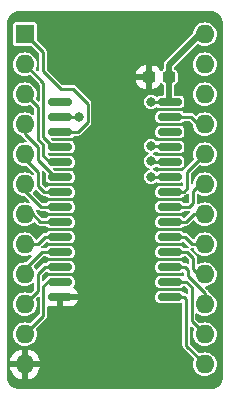
<source format=gbr>
%TF.GenerationSoftware,KiCad,Pcbnew,7.0.7*%
%TF.CreationDate,2025-03-10T13:51:10-04:00*%
%TF.ProjectId,6116 NVRAM,36313136-204e-4565-9241-4d2e6b696361,rev?*%
%TF.SameCoordinates,Original*%
%TF.FileFunction,Copper,L1,Top*%
%TF.FilePolarity,Positive*%
%FSLAX46Y46*%
G04 Gerber Fmt 4.6, Leading zero omitted, Abs format (unit mm)*
G04 Created by KiCad (PCBNEW 7.0.7) date 2025-03-10 13:51:10*
%MOMM*%
%LPD*%
G01*
G04 APERTURE LIST*
G04 Aperture macros list*
%AMRoundRect*
0 Rectangle with rounded corners*
0 $1 Rounding radius*
0 $2 $3 $4 $5 $6 $7 $8 $9 X,Y pos of 4 corners*
0 Add a 4 corners polygon primitive as box body*
4,1,4,$2,$3,$4,$5,$6,$7,$8,$9,$2,$3,0*
0 Add four circle primitives for the rounded corners*
1,1,$1+$1,$2,$3*
1,1,$1+$1,$4,$5*
1,1,$1+$1,$6,$7*
1,1,$1+$1,$8,$9*
0 Add four rect primitives between the rounded corners*
20,1,$1+$1,$2,$3,$4,$5,0*
20,1,$1+$1,$4,$5,$6,$7,0*
20,1,$1+$1,$6,$7,$8,$9,0*
20,1,$1+$1,$8,$9,$2,$3,0*%
G04 Aperture macros list end*
%TA.AperFunction,SMDPad,CuDef*%
%ADD10RoundRect,0.150000X-0.875000X-0.150000X0.875000X-0.150000X0.875000X0.150000X-0.875000X0.150000X0*%
%TD*%
%TA.AperFunction,ComponentPad*%
%ADD11O,1.600000X1.600000*%
%TD*%
%TA.AperFunction,ComponentPad*%
%ADD12R,1.600000X1.600000*%
%TD*%
%TA.AperFunction,SMDPad,CuDef*%
%ADD13RoundRect,0.237500X0.300000X0.237500X-0.300000X0.237500X-0.300000X-0.237500X0.300000X-0.237500X0*%
%TD*%
%TA.AperFunction,ViaPad*%
%ADD14C,0.800000*%
%TD*%
%TA.AperFunction,Conductor*%
%ADD15C,0.500000*%
%TD*%
%TA.AperFunction,Conductor*%
%ADD16C,0.250000*%
%TD*%
G04 APERTURE END LIST*
D10*
%TO.P,U1,1*%
%TO.N,N/C*%
X143178000Y-70165000D03*
%TO.P,U1,2,A12*%
%TO.N,Net-(U1-A12)*%
X143178000Y-71435000D03*
%TO.P,U1,3,A7*%
%TO.N,A_{7}*%
X143178000Y-72705000D03*
%TO.P,U1,4,A6*%
%TO.N,A_{6}*%
X143178000Y-73975000D03*
%TO.P,U1,5,A5*%
%TO.N,A_{5}*%
X143178000Y-75245000D03*
%TO.P,U1,6,A4*%
%TO.N,A_{4}*%
X143178000Y-76515000D03*
%TO.P,U1,7,A3*%
%TO.N,A_{3}*%
X143178000Y-77785000D03*
%TO.P,U1,8,A2*%
%TO.N,A_{2}*%
X143178000Y-79055000D03*
%TO.P,U1,9,A1*%
%TO.N,A_{1}*%
X143178000Y-80325000D03*
%TO.P,U1,10,A0*%
%TO.N,A_{0}*%
X143178000Y-81595000D03*
%TO.P,U1,11,DQ0*%
%TO.N,I{slash}O_{0}*%
X143178000Y-82865000D03*
%TO.P,U1,12,DQ1*%
%TO.N,I{slash}O_{1}*%
X143178000Y-84135000D03*
%TO.P,U1,13,DQ2*%
%TO.N,I{slash}O_{2}*%
X143178000Y-85405000D03*
%TO.P,U1,14,VSS*%
%TO.N,GND*%
X143178000Y-86675000D03*
%TO.P,U1,15,DQ3*%
%TO.N,I{slash}O_{3}*%
X152478000Y-86675000D03*
%TO.P,U1,16,DQ4*%
%TO.N,I{slash}O_{4}*%
X152478000Y-85405000D03*
%TO.P,U1,17,DQ5*%
%TO.N,I{slash}O_{5}*%
X152478000Y-84135000D03*
%TO.P,U1,18,DQ6*%
%TO.N,I{slash}O_{6}*%
X152478000Y-82865000D03*
%TO.P,U1,19,DQ7*%
%TO.N,I{slash}O_{7}*%
X152478000Y-81595000D03*
%TO.P,U1,20,~{CE}*%
%TO.N,~{CS}*%
X152478000Y-80325000D03*
%TO.P,U1,21,A10*%
%TO.N,A_{10}*%
X152478000Y-79055000D03*
%TO.P,U1,22,~{OE}*%
%TO.N,~{OE}*%
X152478000Y-77785000D03*
%TO.P,U1,23,A11*%
%TO.N,Net-(U1-A11)*%
X152478000Y-76515000D03*
%TO.P,U1,24,A9*%
%TO.N,A_{9}*%
X152478000Y-75245000D03*
%TO.P,U1,25,A8*%
%TO.N,A_{8}*%
X152478000Y-73975000D03*
%TO.P,U1,26*%
%TO.N,N/C*%
X152478000Y-72705000D03*
%TO.P,U1,27,~{WE}*%
%TO.N,~{WE}*%
X152478000Y-71435000D03*
%TO.P,U1,28,VDD*%
%TO.N,VCC*%
X152478000Y-70165000D03*
%TD*%
D11*
%TO.P,J1,24,Pin_24*%
%TO.N,VCC*%
X155443000Y-64445000D03*
%TO.P,J1,23,Pin_23*%
%TO.N,A_{8}*%
X155443000Y-66985000D03*
%TO.P,J1,22,Pin_22*%
%TO.N,A_{9}*%
X155443000Y-69525000D03*
%TO.P,J1,21,Pin_21*%
%TO.N,~{WE}*%
X155443000Y-72065000D03*
%TO.P,J1,20,Pin_20*%
%TO.N,~{OE}*%
X155443000Y-74605000D03*
%TO.P,J1,19,Pin_19*%
%TO.N,A_{10}*%
X155443000Y-77145000D03*
%TO.P,J1,18,Pin_18*%
%TO.N,~{CS}*%
X155443000Y-79685000D03*
%TO.P,J1,17,Pin_17*%
%TO.N,I{slash}O_{7}*%
X155443000Y-82225000D03*
%TO.P,J1,16,Pin_16*%
%TO.N,I{slash}O_{6}*%
X155443000Y-84765000D03*
%TO.P,J1,15,Pin_15*%
%TO.N,I{slash}O_{5}*%
X155443000Y-87305000D03*
%TO.P,J1,14,Pin_14*%
%TO.N,I{slash}O_{4}*%
X155443000Y-89845000D03*
%TO.P,J1,13,Pin_13*%
%TO.N,I{slash}O_{3}*%
X155443000Y-92385000D03*
%TO.P,J1,12,Pin_12*%
%TO.N,GND*%
X140203000Y-92385000D03*
%TO.P,J1,11,Pin_11*%
%TO.N,I{slash}O_{2}*%
X140203000Y-89845000D03*
%TO.P,J1,10,Pin_10*%
%TO.N,I{slash}O_{1}*%
X140203000Y-87305000D03*
%TO.P,J1,9,Pin_9*%
%TO.N,I{slash}O_{0}*%
X140203000Y-84765000D03*
%TO.P,J1,8,Pin_8*%
%TO.N,A_{0}*%
X140203000Y-82225000D03*
%TO.P,J1,7,Pin_7*%
%TO.N,A_{1}*%
X140203000Y-79685000D03*
%TO.P,J1,6,Pin_6*%
%TO.N,A_{2}*%
X140203000Y-77145000D03*
%TO.P,J1,5,Pin_5*%
%TO.N,A_{3}*%
X140203000Y-74605000D03*
%TO.P,J1,4,Pin_4*%
%TO.N,A_{4}*%
X140203000Y-72065000D03*
%TO.P,J1,3,Pin_3*%
%TO.N,A_{5}*%
X140203000Y-69525000D03*
%TO.P,J1,2,Pin_2*%
%TO.N,A_{6}*%
X140203000Y-66985000D03*
D12*
%TO.P,J1,1,Pin_1*%
%TO.N,A_{7}*%
X140203000Y-64445000D03*
%TD*%
D13*
%TO.P,C1,2*%
%TO.N,GND*%
X150675000Y-68072000D03*
%TO.P,C1,1*%
%TO.N,VCC*%
X152400000Y-68072000D03*
%TD*%
D14*
%TO.N,GND*%
X150368000Y-72136000D03*
X145288000Y-74676000D03*
X147828000Y-77216000D03*
X145288000Y-77216000D03*
X150368000Y-79756000D03*
X145288000Y-79756000D03*
X150368000Y-82296000D03*
X145288000Y-82296000D03*
X150368000Y-87376000D03*
X145288000Y-87376000D03*
X150368000Y-84836000D03*
X145288000Y-84836000D03*
X153924000Y-67056000D03*
X147828000Y-69596000D03*
X147828000Y-84836000D03*
X147828000Y-79756000D03*
X147828000Y-82296000D03*
X147828000Y-87376000D03*
X151892000Y-88900000D03*
X147828000Y-88900000D03*
X143764000Y-88900000D03*
X143764000Y-92964000D03*
X151892000Y-92964000D03*
X147828000Y-92964000D03*
X147828000Y-68072000D03*
X147828000Y-74676000D03*
X143764000Y-68072000D03*
X151892000Y-64516000D03*
X147828000Y-64516000D03*
X143764000Y-64516000D03*
%TO.N,A_{8}*%
X150876000Y-73909701D03*
%TO.N,A_{9}*%
X150876000Y-75184000D03*
%TO.N,VCC*%
X150876000Y-70165000D03*
%TO.N,Net-(U1-A11)*%
X150876000Y-76515000D03*
%TO.N,Net-(U1-A12)*%
X144780000Y-71435000D03*
%TD*%
D15*
%TO.N,VCC*%
X152400000Y-67056000D02*
X152400000Y-70087000D01*
X152400000Y-70087000D02*
X152478000Y-70165000D01*
X155011000Y-64445000D02*
X152400000Y-67056000D01*
X155443000Y-64445000D02*
X155011000Y-64445000D01*
D16*
%TO.N,A_{7}*%
X144272000Y-69088000D02*
X145505000Y-70321000D01*
X145505000Y-71919000D02*
X144719000Y-72705000D01*
X141732000Y-67564000D02*
X143256000Y-69088000D01*
X141732000Y-65974000D02*
X141732000Y-67564000D01*
X145505000Y-70321000D02*
X145505000Y-71919000D01*
X144719000Y-72705000D02*
X143178000Y-72705000D01*
X140203000Y-64445000D02*
X141732000Y-65974000D01*
X143256000Y-69088000D02*
X144272000Y-69088000D01*
%TO.N,A_{8}*%
X152412701Y-73909701D02*
X152478000Y-73975000D01*
X150876000Y-73909701D02*
X152412701Y-73909701D01*
X150876000Y-73909701D02*
X150941299Y-73975000D01*
%TO.N,A_{9}*%
X150937000Y-75245000D02*
X150876000Y-75184000D01*
X152478000Y-75245000D02*
X150937000Y-75245000D01*
%TO.N,I{slash}O_{3}*%
X153868000Y-90810000D02*
X155443000Y-92385000D01*
X153868000Y-86868000D02*
X153868000Y-90810000D01*
X152478000Y-86675000D02*
X153675000Y-86675000D01*
X153675000Y-86675000D02*
X153868000Y-86868000D01*
%TO.N,I{slash}O_{5}*%
X152478000Y-84135000D02*
X153731000Y-84135000D01*
X153731000Y-84135000D02*
X153982000Y-84386000D01*
X153982000Y-84386000D02*
X153982000Y-84894000D01*
X155443000Y-86355000D02*
X155443000Y-87305000D01*
X153982000Y-84894000D02*
X155443000Y-86355000D01*
%TO.N,I{slash}O_{4}*%
X154318000Y-88720000D02*
X155443000Y-89845000D01*
X153856604Y-85405000D02*
X154318000Y-85866396D01*
X152478000Y-85405000D02*
X153856604Y-85405000D01*
X154318000Y-85866396D02*
X154318000Y-88720000D01*
%TO.N,I{slash}O_{6}*%
X154432000Y-84328000D02*
X154869000Y-84765000D01*
X154869000Y-84765000D02*
X155443000Y-84765000D01*
X154432000Y-83373000D02*
X154432000Y-84328000D01*
X152478000Y-82865000D02*
X153924000Y-82865000D01*
X153924000Y-82865000D02*
X154432000Y-83373000D01*
%TO.N,I{slash}O_{7}*%
X154361000Y-82225000D02*
X155443000Y-82225000D01*
X153731000Y-81595000D02*
X154361000Y-82225000D01*
X152478000Y-81595000D02*
X153731000Y-81595000D01*
%TO.N,~{CS}*%
X153863000Y-80325000D02*
X154503000Y-79685000D01*
X152478000Y-80325000D02*
X153863000Y-80325000D01*
X154503000Y-79685000D02*
X155443000Y-79685000D01*
%TO.N,A_{10}*%
X155011000Y-77145000D02*
X155443000Y-77145000D01*
X154432000Y-78740000D02*
X154432000Y-77724000D01*
X152478000Y-79055000D02*
X154117000Y-79055000D01*
X154117000Y-79055000D02*
X154432000Y-78740000D01*
X154432000Y-77724000D02*
X155011000Y-77145000D01*
%TO.N,~{OE}*%
X153924000Y-77498875D02*
X153924000Y-76124000D01*
X153637875Y-77785000D02*
X153924000Y-77498875D01*
X152478000Y-77785000D02*
X153637875Y-77785000D01*
X153924000Y-76124000D02*
X155443000Y-74605000D01*
%TO.N,~{WE}*%
X154869000Y-72065000D02*
X155443000Y-72065000D01*
X154239000Y-71435000D02*
X154869000Y-72065000D01*
X152478000Y-71435000D02*
X154239000Y-71435000D01*
%TO.N,Net-(U1-A11)*%
X150876000Y-76515000D02*
X152478000Y-76515000D01*
%TO.N,I{slash}O_{2}*%
X141778000Y-88270000D02*
X140203000Y-89845000D01*
X141778000Y-85806000D02*
X141778000Y-88270000D01*
X143178000Y-85405000D02*
X142179000Y-85405000D01*
X142179000Y-85405000D02*
X141778000Y-85806000D01*
%TO.N,I{slash}O_{1}*%
X141328000Y-84732000D02*
X141328000Y-86191853D01*
X143178000Y-84135000D02*
X141925000Y-84135000D01*
X141925000Y-84135000D02*
X141328000Y-84732000D01*
X141328000Y-86191853D02*
X140214853Y-87305000D01*
X140214853Y-87305000D02*
X140203000Y-87305000D01*
%TO.N,I{slash}O_{0}*%
X143178000Y-82865000D02*
X141633000Y-82865000D01*
X140203000Y-84295000D02*
X140203000Y-84765000D01*
X141633000Y-82865000D02*
X140203000Y-84295000D01*
%TO.N,A_{4}*%
X143178000Y-76515000D02*
X142751249Y-76515000D01*
X142751249Y-76515000D02*
X141328000Y-75091751D01*
X140203000Y-72860000D02*
X140203000Y-72065000D01*
X141328000Y-73985000D02*
X140203000Y-72860000D01*
X141328000Y-75091751D02*
X141328000Y-73985000D01*
%TO.N,A_{5}*%
X143178000Y-75245000D02*
X142301000Y-75245000D01*
X142301000Y-75245000D02*
X141778000Y-74722000D01*
X141778000Y-74722000D02*
X141778000Y-73798604D01*
X141778000Y-73798604D02*
X141328000Y-73348604D01*
X141328000Y-70650000D02*
X140203000Y-69525000D01*
X141328000Y-73348604D02*
X141328000Y-70650000D01*
%TO.N,A_{0}*%
X141925000Y-81595000D02*
X143178000Y-81595000D01*
X140203000Y-82225000D02*
X141295000Y-82225000D01*
X141295000Y-82225000D02*
X141925000Y-81595000D01*
%TO.N,A_{1}*%
X140864250Y-79685000D02*
X140203000Y-79685000D01*
X143178000Y-80325000D02*
X141504250Y-80325000D01*
X141504250Y-80325000D02*
X140864250Y-79685000D01*
%TO.N,VCC*%
X150876000Y-70165000D02*
X152478000Y-70165000D01*
%TO.N,Net-(U1-A12)*%
X144780000Y-71435000D02*
X143178000Y-71435000D01*
%TO.N,A_{6}*%
X141778000Y-68560000D02*
X140203000Y-66985000D01*
X142590792Y-73975000D02*
X141778000Y-73162208D01*
X141778000Y-73162208D02*
X141778000Y-68560000D01*
X143178000Y-73975000D02*
X142590792Y-73975000D01*
%TO.N,A_{2}*%
X140203000Y-77719000D02*
X140203000Y-77145000D01*
X141539000Y-79055000D02*
X140203000Y-77719000D01*
X143178000Y-79055000D02*
X141539000Y-79055000D01*
%TO.N,A_{3}*%
X140203000Y-74999000D02*
X140203000Y-74605000D01*
X141328000Y-76124000D02*
X140203000Y-74999000D01*
X141328000Y-77320000D02*
X141328000Y-76124000D01*
X143178000Y-77785000D02*
X141793000Y-77785000D01*
X141793000Y-77785000D02*
X141328000Y-77320000D01*
%TD*%
%TA.AperFunction,Conductor*%
%TO.N,GND*%
G36*
X155958138Y-62484687D02*
G01*
X156001477Y-62488478D01*
X156132768Y-62501410D01*
X156148656Y-62504300D01*
X156218267Y-62522951D01*
X156315105Y-62552328D01*
X156328151Y-62557320D01*
X156398575Y-62590159D01*
X156400913Y-62591328D01*
X156487476Y-62637597D01*
X156492512Y-62640690D01*
X156560689Y-62688428D01*
X156563694Y-62690709D01*
X156638120Y-62751789D01*
X156641721Y-62755053D01*
X156700945Y-62814277D01*
X156704209Y-62817878D01*
X156765289Y-62892304D01*
X156767574Y-62895315D01*
X156815302Y-62963477D01*
X156818407Y-62968532D01*
X156864650Y-63055045D01*
X156865854Y-63057454D01*
X156898672Y-63127833D01*
X156903681Y-63140925D01*
X156933055Y-63237759D01*
X156951695Y-63307326D01*
X156954591Y-63323245D01*
X156967523Y-63454547D01*
X156967911Y-63458975D01*
X156971312Y-63497859D01*
X156971500Y-63502160D01*
X156971500Y-93469839D01*
X156971312Y-93474141D01*
X156968998Y-93500587D01*
X156967523Y-93517452D01*
X156954591Y-93648753D01*
X156951695Y-93664671D01*
X156933055Y-93734240D01*
X156903681Y-93831073D01*
X156898668Y-93844176D01*
X156865857Y-93914538D01*
X156864650Y-93916953D01*
X156818412Y-94003458D01*
X156815302Y-94008521D01*
X156767574Y-94076683D01*
X156765289Y-94079694D01*
X156704209Y-94154120D01*
X156700945Y-94157721D01*
X156641721Y-94216945D01*
X156638120Y-94220209D01*
X156563694Y-94281289D01*
X156560683Y-94283574D01*
X156492521Y-94331302D01*
X156487458Y-94334412D01*
X156400953Y-94380650D01*
X156398538Y-94381857D01*
X156328176Y-94414668D01*
X156315073Y-94419681D01*
X156218240Y-94449055D01*
X156148671Y-94467695D01*
X156132753Y-94470591D01*
X156001452Y-94483523D01*
X155958157Y-94487311D01*
X155953841Y-94487500D01*
X139702160Y-94487500D01*
X139697859Y-94487312D01*
X139667732Y-94484676D01*
X139654547Y-94483523D01*
X139523245Y-94470591D01*
X139507326Y-94467695D01*
X139437759Y-94449055D01*
X139423985Y-94444876D01*
X139340922Y-94419679D01*
X139327833Y-94414672D01*
X139257454Y-94381854D01*
X139255057Y-94380656D01*
X139168532Y-94334407D01*
X139163477Y-94331302D01*
X139095315Y-94283574D01*
X139092304Y-94281289D01*
X139017878Y-94220209D01*
X139014277Y-94216945D01*
X138955053Y-94157721D01*
X138951789Y-94154120D01*
X138890709Y-94079694D01*
X138888424Y-94076683D01*
X138840690Y-94008512D01*
X138837597Y-94003476D01*
X138791328Y-93916913D01*
X138790159Y-93914575D01*
X138757320Y-93844151D01*
X138752328Y-93831105D01*
X138722951Y-93734267D01*
X138704300Y-93664656D01*
X138701410Y-93648768D01*
X138688477Y-93517452D01*
X138684687Y-93474139D01*
X138684500Y-93469842D01*
X138684500Y-92635000D01*
X138924128Y-92635000D01*
X138976733Y-92831323D01*
X139072865Y-93037481D01*
X139203334Y-93223811D01*
X139364188Y-93384665D01*
X139550518Y-93515134D01*
X139756676Y-93611266D01*
X139953000Y-93663872D01*
X139953000Y-92865859D01*
X139971907Y-92807668D01*
X140021407Y-92771704D01*
X140069720Y-92771704D01*
X140070157Y-92768946D01*
X140077851Y-92770164D01*
X140077852Y-92770165D01*
X140106378Y-92774682D01*
X140171516Y-92785000D01*
X140171519Y-92785000D01*
X140234484Y-92785000D01*
X140299621Y-92774682D01*
X140328148Y-92770165D01*
X140328148Y-92770164D01*
X140335843Y-92768946D01*
X140336280Y-92771707D01*
X140384578Y-92771700D01*
X140434084Y-92807656D01*
X140453000Y-92865843D01*
X140453000Y-93663871D01*
X140649323Y-93611266D01*
X140855481Y-93515134D01*
X141041811Y-93384665D01*
X141202665Y-93223811D01*
X141333134Y-93037481D01*
X141429266Y-92831323D01*
X141481872Y-92635000D01*
X140683860Y-92635000D01*
X140625669Y-92616093D01*
X140589705Y-92566593D01*
X140589701Y-92518279D01*
X140586946Y-92517843D01*
X140607986Y-92385000D01*
X140607986Y-92384999D01*
X140586946Y-92252157D01*
X140589702Y-92251720D01*
X140589711Y-92203390D01*
X140625684Y-92153897D01*
X140683860Y-92135000D01*
X141481872Y-92135000D01*
X141429266Y-91938676D01*
X141333134Y-91732518D01*
X141202665Y-91546188D01*
X141041811Y-91385334D01*
X140855481Y-91254865D01*
X140649323Y-91158732D01*
X140453000Y-91106127D01*
X140453000Y-91904140D01*
X140434093Y-91962331D01*
X140384593Y-91998295D01*
X140336279Y-91998298D01*
X140335843Y-92001054D01*
X140328148Y-91999835D01*
X140298921Y-91995206D01*
X140234484Y-91985000D01*
X140234481Y-91985000D01*
X140171519Y-91985000D01*
X140171516Y-91985000D01*
X140107079Y-91995206D01*
X140077852Y-91999835D01*
X140077851Y-91999835D01*
X140070157Y-92001054D01*
X140069720Y-91998297D01*
X140021390Y-91998289D01*
X139971897Y-91962316D01*
X139953000Y-91904140D01*
X139953000Y-91106127D01*
X139756676Y-91158732D01*
X139550518Y-91254865D01*
X139364188Y-91385334D01*
X139203334Y-91546188D01*
X139072865Y-91732518D01*
X138976733Y-91938676D01*
X138924128Y-92135000D01*
X139722140Y-92135000D01*
X139780331Y-92153907D01*
X139816295Y-92203407D01*
X139816298Y-92251720D01*
X139819054Y-92252157D01*
X139798014Y-92384999D01*
X139798014Y-92385000D01*
X139819054Y-92517843D01*
X139816297Y-92518279D01*
X139816289Y-92566610D01*
X139780316Y-92616103D01*
X139722140Y-92635000D01*
X138924128Y-92635000D01*
X138684500Y-92635000D01*
X138684500Y-89845003D01*
X139197659Y-89845003D01*
X139216974Y-90041126D01*
X139216975Y-90041129D01*
X139274187Y-90229730D01*
X139274188Y-90229732D01*
X139345218Y-90362618D01*
X139367090Y-90403538D01*
X139367092Y-90403540D01*
X139367093Y-90403542D01*
X139492112Y-90555878D01*
X139492121Y-90555887D01*
X139587503Y-90634165D01*
X139644462Y-90680910D01*
X139818273Y-90773814D01*
X140006868Y-90831024D01*
X140006870Y-90831024D01*
X140006873Y-90831025D01*
X140202997Y-90850341D01*
X140203000Y-90850341D01*
X140203003Y-90850341D01*
X140399126Y-90831025D01*
X140399127Y-90831024D01*
X140399132Y-90831024D01*
X140587727Y-90773814D01*
X140761538Y-90680910D01*
X140913883Y-90555883D01*
X141038910Y-90403538D01*
X141131814Y-90229727D01*
X141189024Y-90041132D01*
X141208341Y-89845000D01*
X141208341Y-89844996D01*
X141189025Y-89648873D01*
X141189024Y-89648867D01*
X141130402Y-89455618D01*
X141132042Y-89455120D01*
X141127793Y-89401166D01*
X141154053Y-89354271D01*
X141996588Y-88511737D01*
X141999766Y-88508824D01*
X142031194Y-88482455D01*
X142051712Y-88446914D01*
X142054017Y-88443296D01*
X142077554Y-88409684D01*
X142077941Y-88408236D01*
X142087838Y-88384345D01*
X142088586Y-88383048D01*
X142088585Y-88383048D01*
X142088588Y-88383045D01*
X142095713Y-88342628D01*
X142096641Y-88338443D01*
X142107263Y-88298807D01*
X142103687Y-88257934D01*
X142103500Y-88253634D01*
X142103500Y-87571562D01*
X142122407Y-87513371D01*
X142171907Y-87477407D01*
X142210269Y-87472867D01*
X142237363Y-87475000D01*
X142927999Y-87475000D01*
X142928000Y-87474998D01*
X143428000Y-87474998D01*
X143428001Y-87475000D01*
X144118638Y-87475000D01*
X144155489Y-87472100D01*
X144313200Y-87426280D01*
X144313201Y-87426280D01*
X144454552Y-87342685D01*
X144570685Y-87226552D01*
X144654280Y-87085201D01*
X144654280Y-87085200D01*
X144700098Y-86927493D01*
X144700100Y-86927486D01*
X144700296Y-86925000D01*
X143428001Y-86925000D01*
X143428000Y-86925001D01*
X143428000Y-87474998D01*
X142928000Y-87474998D01*
X142928000Y-86858260D01*
X151252500Y-86858260D01*
X151254708Y-86873412D01*
X151262427Y-86926395D01*
X151313801Y-87031481D01*
X151313802Y-87031483D01*
X151396517Y-87114198D01*
X151450285Y-87140483D01*
X151501604Y-87165572D01*
X151501605Y-87165572D01*
X151501607Y-87165573D01*
X151569740Y-87175500D01*
X151569743Y-87175500D01*
X153386256Y-87175500D01*
X153386260Y-87175500D01*
X153429228Y-87169239D01*
X153489535Y-87179559D01*
X153532260Y-87223356D01*
X153542500Y-87267205D01*
X153542500Y-90793625D01*
X153542312Y-90797927D01*
X153538736Y-90838807D01*
X153544030Y-90858567D01*
X153549354Y-90878436D01*
X153550289Y-90882652D01*
X153557411Y-90923045D01*
X153558164Y-90924348D01*
X153568054Y-90948224D01*
X153568443Y-90949679D01*
X153568446Y-90949684D01*
X153591971Y-90983281D01*
X153594292Y-90986924D01*
X153614806Y-91022455D01*
X153646224Y-91048818D01*
X153649410Y-91051737D01*
X154491944Y-91894270D01*
X154519721Y-91948787D01*
X154514233Y-91995206D01*
X154515598Y-91995620D01*
X154514188Y-92000269D01*
X154514186Y-92000273D01*
X154496869Y-92057359D01*
X154456975Y-92188870D01*
X154456974Y-92188873D01*
X154437659Y-92384996D01*
X154437659Y-92385003D01*
X154456974Y-92581126D01*
X154456975Y-92581129D01*
X154514187Y-92769730D01*
X154514188Y-92769732D01*
X154585218Y-92902618D01*
X154607090Y-92943538D01*
X154607092Y-92943540D01*
X154607093Y-92943542D01*
X154732112Y-93095878D01*
X154732121Y-93095887D01*
X154884457Y-93220906D01*
X154884462Y-93220910D01*
X155058273Y-93313814D01*
X155246868Y-93371024D01*
X155246870Y-93371024D01*
X155246873Y-93371025D01*
X155442997Y-93390341D01*
X155443000Y-93390341D01*
X155443003Y-93390341D01*
X155639126Y-93371025D01*
X155639127Y-93371024D01*
X155639132Y-93371024D01*
X155827727Y-93313814D01*
X156001538Y-93220910D01*
X156153883Y-93095883D01*
X156278910Y-92943538D01*
X156371814Y-92769727D01*
X156429024Y-92581132D01*
X156430455Y-92566610D01*
X156448341Y-92385003D01*
X156448341Y-92384996D01*
X156429025Y-92188873D01*
X156429024Y-92188870D01*
X156429024Y-92188868D01*
X156371814Y-92000273D01*
X156370758Y-91998298D01*
X156315154Y-91894270D01*
X156278910Y-91826462D01*
X156201812Y-91732518D01*
X156153887Y-91674121D01*
X156153878Y-91674112D01*
X156001542Y-91549093D01*
X156001540Y-91549092D01*
X156001538Y-91549090D01*
X155960618Y-91527218D01*
X155827732Y-91456188D01*
X155827730Y-91456187D01*
X155639129Y-91398975D01*
X155639126Y-91398974D01*
X155443003Y-91379659D01*
X155442997Y-91379659D01*
X155246873Y-91398974D01*
X155246870Y-91398975D01*
X155163620Y-91424229D01*
X155058273Y-91456186D01*
X155058270Y-91456187D01*
X155053620Y-91457598D01*
X155053124Y-91455964D01*
X154999136Y-91460198D01*
X154952270Y-91433944D01*
X154222496Y-90704169D01*
X154194719Y-90649652D01*
X154193500Y-90634165D01*
X154193500Y-89294834D01*
X154212407Y-89236643D01*
X154261907Y-89200679D01*
X154323093Y-89200679D01*
X154362504Y-89224830D01*
X154491944Y-89354270D01*
X154519721Y-89408787D01*
X154514233Y-89455206D01*
X154515598Y-89455620D01*
X154456975Y-89648870D01*
X154456974Y-89648873D01*
X154437659Y-89844996D01*
X154437659Y-89845003D01*
X154456974Y-90041126D01*
X154456975Y-90041129D01*
X154514187Y-90229730D01*
X154514188Y-90229732D01*
X154585218Y-90362618D01*
X154607090Y-90403538D01*
X154607092Y-90403540D01*
X154607093Y-90403542D01*
X154732112Y-90555878D01*
X154732121Y-90555887D01*
X154827503Y-90634165D01*
X154884462Y-90680910D01*
X155058273Y-90773814D01*
X155246868Y-90831024D01*
X155246870Y-90831024D01*
X155246873Y-90831025D01*
X155442997Y-90850341D01*
X155443000Y-90850341D01*
X155443003Y-90850341D01*
X155639126Y-90831025D01*
X155639127Y-90831024D01*
X155639132Y-90831024D01*
X155827727Y-90773814D01*
X156001538Y-90680910D01*
X156153883Y-90555883D01*
X156278910Y-90403538D01*
X156371814Y-90229727D01*
X156429024Y-90041132D01*
X156448341Y-89845000D01*
X156448341Y-89844996D01*
X156429025Y-89648873D01*
X156429024Y-89648870D01*
X156429024Y-89648868D01*
X156371814Y-89460273D01*
X156278910Y-89286462D01*
X156278906Y-89286457D01*
X156153887Y-89134121D01*
X156153878Y-89134112D01*
X156001542Y-89009093D01*
X156001540Y-89009092D01*
X156001538Y-89009090D01*
X155960618Y-88987218D01*
X155827732Y-88916188D01*
X155827730Y-88916187D01*
X155639129Y-88858975D01*
X155639126Y-88858974D01*
X155443003Y-88839659D01*
X155442997Y-88839659D01*
X155246873Y-88858974D01*
X155246870Y-88858975D01*
X155163620Y-88884229D01*
X155058273Y-88916186D01*
X155058270Y-88916187D01*
X155053620Y-88917598D01*
X155053125Y-88915967D01*
X154999122Y-88920195D01*
X154952269Y-88893943D01*
X154672496Y-88614169D01*
X154644719Y-88559653D01*
X154643500Y-88544166D01*
X154643500Y-88152475D01*
X154662407Y-88094284D01*
X154711907Y-88058320D01*
X154773093Y-88058320D01*
X154805304Y-88075946D01*
X154884462Y-88140910D01*
X155058273Y-88233814D01*
X155246868Y-88291024D01*
X155246870Y-88291024D01*
X155246873Y-88291025D01*
X155442997Y-88310341D01*
X155443000Y-88310341D01*
X155443003Y-88310341D01*
X155639126Y-88291025D01*
X155639127Y-88291024D01*
X155639132Y-88291024D01*
X155827727Y-88233814D01*
X156001538Y-88140910D01*
X156153883Y-88015883D01*
X156278910Y-87863538D01*
X156371814Y-87689727D01*
X156429024Y-87501132D01*
X156431884Y-87472100D01*
X156448341Y-87305003D01*
X156448341Y-87304996D01*
X156429025Y-87108873D01*
X156429024Y-87108870D01*
X156429024Y-87108868D01*
X156371814Y-86920273D01*
X156278910Y-86746462D01*
X156223115Y-86678476D01*
X156153887Y-86594121D01*
X156153878Y-86594112D01*
X156001542Y-86469093D01*
X156001540Y-86469092D01*
X156001538Y-86469090D01*
X155928116Y-86429845D01*
X155827730Y-86376187D01*
X155825511Y-86375268D01*
X155824675Y-86374554D01*
X155823438Y-86373893D01*
X155823583Y-86373621D01*
X155778985Y-86335531D01*
X155767772Y-86309430D01*
X155761643Y-86286558D01*
X155760710Y-86282348D01*
X155753588Y-86241955D01*
X155752840Y-86240659D01*
X155742942Y-86216767D01*
X155742554Y-86215316D01*
X155742552Y-86215313D01*
X155742551Y-86215311D01*
X155719025Y-86181712D01*
X155716703Y-86178068D01*
X155696193Y-86142543D01*
X155673434Y-86123447D01*
X155664765Y-86116173D01*
X155661588Y-86113261D01*
X155477825Y-85929499D01*
X155450048Y-85874982D01*
X155459619Y-85814550D01*
X155502884Y-85771285D01*
X155538125Y-85760972D01*
X155551043Y-85759699D01*
X155639126Y-85751025D01*
X155639127Y-85751024D01*
X155639132Y-85751024D01*
X155827727Y-85693814D01*
X156001538Y-85600910D01*
X156153883Y-85475883D01*
X156278910Y-85323538D01*
X156371814Y-85149727D01*
X156429024Y-84961132D01*
X156438313Y-84866826D01*
X156448341Y-84765003D01*
X156448341Y-84764996D01*
X156429025Y-84568873D01*
X156429024Y-84568870D01*
X156429024Y-84568868D01*
X156371814Y-84380273D01*
X156366717Y-84370738D01*
X156338665Y-84318256D01*
X156278910Y-84206462D01*
X156278906Y-84206457D01*
X156153887Y-84054121D01*
X156153878Y-84054112D01*
X156001542Y-83929093D01*
X156001540Y-83929092D01*
X156001538Y-83929090D01*
X155960618Y-83907218D01*
X155827732Y-83836188D01*
X155827730Y-83836187D01*
X155825287Y-83835446D01*
X155639132Y-83778976D01*
X155639129Y-83778975D01*
X155639126Y-83778974D01*
X155443003Y-83759659D01*
X155442997Y-83759659D01*
X155246873Y-83778974D01*
X155246870Y-83778975D01*
X155058269Y-83836187D01*
X155058267Y-83836188D01*
X154903168Y-83919090D01*
X154842935Y-83929846D01*
X154787884Y-83903144D01*
X154759042Y-83849183D01*
X154757500Y-83831780D01*
X154757500Y-83389362D01*
X154757687Y-83385061D01*
X154761263Y-83344193D01*
X154750642Y-83304559D01*
X154749712Y-83300360D01*
X154747127Y-83285699D01*
X154742588Y-83259955D01*
X154741834Y-83258649D01*
X154731941Y-83234765D01*
X154731553Y-83233316D01*
X154708026Y-83199716D01*
X154705711Y-83196083D01*
X154685194Y-83160545D01*
X154653765Y-83134172D01*
X154650588Y-83131261D01*
X154635720Y-83116393D01*
X154612878Y-83093551D01*
X154601069Y-83070374D01*
X154574447Y-83055121D01*
X154240190Y-82720864D01*
X154212414Y-82666348D01*
X154221985Y-82605916D01*
X154265250Y-82562651D01*
X154325682Y-82553080D01*
X154330590Y-82554123D01*
X154332187Y-82554262D01*
X154332193Y-82554264D01*
X154373077Y-82550687D01*
X154377377Y-82550500D01*
X154423504Y-82550500D01*
X154481695Y-82569407D01*
X154510627Y-82606114D01*
X154511893Y-82605438D01*
X154552678Y-82681740D01*
X154607090Y-82783538D01*
X154607092Y-82783540D01*
X154607093Y-82783542D01*
X154720978Y-82922311D01*
X154727441Y-82938825D01*
X154745688Y-82947021D01*
X154869043Y-83048256D01*
X154884462Y-83060910D01*
X154988267Y-83116395D01*
X155040529Y-83144330D01*
X155058273Y-83153814D01*
X155246868Y-83211024D01*
X155246870Y-83211024D01*
X155246873Y-83211025D01*
X155442997Y-83230341D01*
X155443000Y-83230341D01*
X155443003Y-83230341D01*
X155639126Y-83211025D01*
X155639127Y-83211024D01*
X155639132Y-83211024D01*
X155827727Y-83153814D01*
X156001538Y-83060910D01*
X156153883Y-82935883D01*
X156278910Y-82783538D01*
X156371814Y-82609727D01*
X156429024Y-82421132D01*
X156434146Y-82369134D01*
X156448341Y-82225003D01*
X156448341Y-82224996D01*
X156429025Y-82028873D01*
X156429024Y-82028870D01*
X156429024Y-82028868D01*
X156371814Y-81840273D01*
X156278910Y-81666462D01*
X156278906Y-81666457D01*
X156153887Y-81514121D01*
X156153878Y-81514112D01*
X156001542Y-81389093D01*
X156001540Y-81389092D01*
X156001538Y-81389090D01*
X155960618Y-81367218D01*
X155827732Y-81296188D01*
X155827730Y-81296187D01*
X155825287Y-81295446D01*
X155639132Y-81238976D01*
X155639129Y-81238975D01*
X155639126Y-81238974D01*
X155443003Y-81219659D01*
X155442997Y-81219659D01*
X155246873Y-81238974D01*
X155246870Y-81238975D01*
X155058269Y-81296187D01*
X155058267Y-81296188D01*
X154884467Y-81389087D01*
X154884457Y-81389093D01*
X154732121Y-81514112D01*
X154732112Y-81514121D01*
X154607093Y-81666457D01*
X154607089Y-81666463D01*
X154550085Y-81773110D01*
X154505979Y-81815516D01*
X154445371Y-81823899D01*
X154392771Y-81796445D01*
X153972741Y-81376414D01*
X153969822Y-81373229D01*
X153943456Y-81341806D01*
X153920818Y-81328736D01*
X153907918Y-81321288D01*
X153904283Y-81318972D01*
X153870684Y-81295446D01*
X153870679Y-81295443D01*
X153869224Y-81295054D01*
X153845348Y-81285164D01*
X153844045Y-81284411D01*
X153803652Y-81277289D01*
X153799436Y-81276354D01*
X153771929Y-81268984D01*
X153759807Y-81265736D01*
X153759806Y-81265736D01*
X153759804Y-81265735D01*
X153722677Y-81268984D01*
X153663060Y-81255220D01*
X153644045Y-81240365D01*
X153642198Y-81238518D01*
X153642198Y-81238517D01*
X153559483Y-81155802D01*
X153559481Y-81155801D01*
X153454395Y-81104427D01*
X153427139Y-81100456D01*
X153386260Y-81094500D01*
X151569740Y-81094500D01*
X151535673Y-81099463D01*
X151501604Y-81104427D01*
X151396518Y-81155801D01*
X151313801Y-81238518D01*
X151262427Y-81343604D01*
X151262427Y-81343607D01*
X151252500Y-81411740D01*
X151252500Y-81778260D01*
X151255150Y-81796445D01*
X151262427Y-81846395D01*
X151288389Y-81899500D01*
X151313802Y-81951483D01*
X151396517Y-82034198D01*
X151450285Y-82060483D01*
X151501604Y-82085572D01*
X151501605Y-82085572D01*
X151501607Y-82085573D01*
X151569740Y-82095500D01*
X151569743Y-82095500D01*
X153386257Y-82095500D01*
X153386260Y-82095500D01*
X153454393Y-82085573D01*
X153559483Y-82034198D01*
X153564669Y-82029010D01*
X153619180Y-82001230D01*
X153679613Y-82010796D01*
X153704680Y-82029006D01*
X154044808Y-82369134D01*
X154072585Y-82423651D01*
X154063014Y-82484083D01*
X154019749Y-82527348D01*
X153959317Y-82536919D01*
X153954412Y-82535876D01*
X153952807Y-82535736D01*
X153952806Y-82535736D01*
X153948381Y-82536123D01*
X153911926Y-82539312D01*
X153907626Y-82539500D01*
X153714188Y-82539500D01*
X153655997Y-82520593D01*
X153644184Y-82510504D01*
X153642198Y-82508518D01*
X153642198Y-82508517D01*
X153559483Y-82425802D01*
X153555083Y-82423651D01*
X153454395Y-82374427D01*
X153427139Y-82370456D01*
X153386260Y-82364500D01*
X151569740Y-82364500D01*
X151537935Y-82369134D01*
X151501604Y-82374427D01*
X151396518Y-82425801D01*
X151313801Y-82508518D01*
X151262427Y-82613604D01*
X151262427Y-82613607D01*
X151252500Y-82681740D01*
X151252500Y-83048260D01*
X151255722Y-83070374D01*
X151262427Y-83116395D01*
X151303161Y-83199717D01*
X151313802Y-83221483D01*
X151396517Y-83304198D01*
X151450285Y-83330483D01*
X151501604Y-83355572D01*
X151501605Y-83355572D01*
X151501607Y-83355573D01*
X151569740Y-83365500D01*
X151569743Y-83365500D01*
X153386257Y-83365500D01*
X153386260Y-83365500D01*
X153454393Y-83355573D01*
X153559483Y-83304198D01*
X153642198Y-83221483D01*
X153642198Y-83221480D01*
X153644184Y-83219496D01*
X153698701Y-83191719D01*
X153714188Y-83190500D01*
X153748166Y-83190500D01*
X153806357Y-83209407D01*
X153818170Y-83219496D01*
X154077504Y-83478830D01*
X154105281Y-83533347D01*
X154106500Y-83548834D01*
X154106500Y-83806310D01*
X154087593Y-83864501D01*
X154038093Y-83900465D01*
X153976907Y-83900465D01*
X153950980Y-83886094D01*
X153950956Y-83886137D01*
X153948535Y-83884739D01*
X153943869Y-83882153D01*
X153943457Y-83881807D01*
X153932088Y-83875243D01*
X153907918Y-83861288D01*
X153904288Y-83858975D01*
X153870684Y-83835446D01*
X153870679Y-83835443D01*
X153869224Y-83835054D01*
X153845348Y-83825164D01*
X153844045Y-83824411D01*
X153803652Y-83817289D01*
X153799436Y-83816354D01*
X153773855Y-83809500D01*
X153759807Y-83805736D01*
X153759806Y-83805736D01*
X153759804Y-83805735D01*
X153722677Y-83808984D01*
X153663060Y-83795220D01*
X153644045Y-83780365D01*
X153642198Y-83778518D01*
X153642198Y-83778517D01*
X153559483Y-83695802D01*
X153559481Y-83695801D01*
X153454395Y-83644427D01*
X153427139Y-83640456D01*
X153386260Y-83634500D01*
X151569740Y-83634500D01*
X151535673Y-83639463D01*
X151501604Y-83644427D01*
X151396518Y-83695801D01*
X151313801Y-83778518D01*
X151262427Y-83883604D01*
X151262058Y-83886137D01*
X151252500Y-83951740D01*
X151252500Y-84318260D01*
X151252699Y-84319625D01*
X151262427Y-84386395D01*
X151292287Y-84447474D01*
X151313802Y-84491483D01*
X151396517Y-84574198D01*
X151424447Y-84587852D01*
X151501604Y-84625572D01*
X151501605Y-84625572D01*
X151501607Y-84625573D01*
X151569740Y-84635500D01*
X151569743Y-84635500D01*
X153386257Y-84635500D01*
X153386260Y-84635500D01*
X153454393Y-84625573D01*
X153514018Y-84596424D01*
X153574601Y-84587852D01*
X153628651Y-84616527D01*
X153655524Y-84671495D01*
X153656500Y-84685364D01*
X153656500Y-84854635D01*
X153637593Y-84912826D01*
X153588093Y-84948790D01*
X153526907Y-84948790D01*
X153514020Y-84943576D01*
X153454395Y-84914427D01*
X153427139Y-84910456D01*
X153386260Y-84904500D01*
X151569740Y-84904500D01*
X151535673Y-84909463D01*
X151501604Y-84914427D01*
X151396518Y-84965801D01*
X151313801Y-85048518D01*
X151262427Y-85153604D01*
X151262427Y-85153607D01*
X151252500Y-85221740D01*
X151252500Y-85588260D01*
X151256028Y-85612475D01*
X151262427Y-85656395D01*
X151298655Y-85730500D01*
X151313802Y-85761483D01*
X151396517Y-85844198D01*
X151450285Y-85870483D01*
X151501604Y-85895572D01*
X151501605Y-85895572D01*
X151501607Y-85895573D01*
X151569740Y-85905500D01*
X151569743Y-85905500D01*
X153386257Y-85905500D01*
X153386260Y-85905500D01*
X153454393Y-85895573D01*
X153559483Y-85844198D01*
X153627477Y-85776203D01*
X153681992Y-85748428D01*
X153742424Y-85757999D01*
X153767483Y-85776205D01*
X153963504Y-85972226D01*
X153991281Y-86026743D01*
X153992500Y-86042230D01*
X153992500Y-86309776D01*
X153973593Y-86367967D01*
X153924093Y-86403931D01*
X153862907Y-86403931D01*
X153836718Y-86390873D01*
X153814687Y-86375447D01*
X153814679Y-86375443D01*
X153813224Y-86375054D01*
X153789348Y-86365164D01*
X153788045Y-86364411D01*
X153747652Y-86357289D01*
X153743436Y-86356354D01*
X153717855Y-86349500D01*
X153703807Y-86345736D01*
X153703806Y-86345736D01*
X153702011Y-86345579D01*
X153699942Y-86344700D01*
X153695442Y-86343495D01*
X153695611Y-86342862D01*
X153645691Y-86321669D01*
X153640654Y-86316973D01*
X153559483Y-86235802D01*
X153546310Y-86229362D01*
X153454395Y-86184427D01*
X153423631Y-86179945D01*
X153386260Y-86174500D01*
X151569740Y-86174500D01*
X151535673Y-86179463D01*
X151501604Y-86184427D01*
X151396518Y-86235801D01*
X151313801Y-86318518D01*
X151262427Y-86423604D01*
X151262427Y-86423607D01*
X151252500Y-86491740D01*
X151252500Y-86858260D01*
X142928000Y-86858260D01*
X142928000Y-86524000D01*
X142946907Y-86465809D01*
X142996407Y-86429845D01*
X143027000Y-86425000D01*
X144700295Y-86425000D01*
X144700100Y-86422513D01*
X144700098Y-86422506D01*
X144654280Y-86264799D01*
X144654280Y-86264798D01*
X144570685Y-86123447D01*
X144454552Y-86007314D01*
X144339332Y-85939173D01*
X144298869Y-85893278D01*
X144293111Y-85832364D01*
X144319723Y-85783957D01*
X144342198Y-85761483D01*
X144393573Y-85656393D01*
X144403500Y-85588260D01*
X144403500Y-85221740D01*
X144393573Y-85153607D01*
X144391892Y-85150169D01*
X144368483Y-85102285D01*
X144342198Y-85048517D01*
X144259483Y-84965802D01*
X144256871Y-84964525D01*
X144154395Y-84914427D01*
X144127139Y-84910456D01*
X144086260Y-84904500D01*
X142269740Y-84904500D01*
X142235673Y-84909463D01*
X142201604Y-84914427D01*
X142096518Y-84965801D01*
X142013800Y-85048519D01*
X142013799Y-85048521D01*
X141964106Y-85150169D01*
X141951004Y-85170325D01*
X141940169Y-85183236D01*
X141937251Y-85186421D01*
X141822504Y-85301169D01*
X141767987Y-85328947D01*
X141707555Y-85319376D01*
X141664291Y-85276111D01*
X141653500Y-85231166D01*
X141653500Y-84907832D01*
X141672407Y-84849641D01*
X141682484Y-84837841D01*
X141951320Y-84569004D01*
X142005835Y-84541229D01*
X142066267Y-84550800D01*
X142091322Y-84569003D01*
X142096517Y-84574198D01*
X142124447Y-84587852D01*
X142201604Y-84625572D01*
X142201605Y-84625572D01*
X142201607Y-84625573D01*
X142269740Y-84635500D01*
X142269743Y-84635500D01*
X144086257Y-84635500D01*
X144086260Y-84635500D01*
X144154393Y-84625573D01*
X144259483Y-84574198D01*
X144342198Y-84491483D01*
X144393573Y-84386393D01*
X144403500Y-84318260D01*
X144403500Y-83951740D01*
X144393573Y-83883607D01*
X144392862Y-83882153D01*
X144368189Y-83831682D01*
X144342198Y-83778517D01*
X144259483Y-83695802D01*
X144259481Y-83695801D01*
X144154395Y-83644427D01*
X144127139Y-83640456D01*
X144086260Y-83634500D01*
X142269740Y-83634500D01*
X142235673Y-83639463D01*
X142201604Y-83644427D01*
X142096518Y-83695801D01*
X142096515Y-83695803D01*
X142011952Y-83780366D01*
X141957435Y-83808143D01*
X141933321Y-83808985D01*
X141896195Y-83805736D01*
X141896186Y-83805737D01*
X141856575Y-83816351D01*
X141852360Y-83817285D01*
X141811958Y-83824410D01*
X141811951Y-83824413D01*
X141810632Y-83825175D01*
X141786790Y-83835050D01*
X141785326Y-83835442D01*
X141785312Y-83835448D01*
X141751720Y-83858969D01*
X141748079Y-83861289D01*
X141712546Y-83881804D01*
X141686186Y-83913218D01*
X141683268Y-83916402D01*
X141256711Y-84342960D01*
X141202194Y-84370738D01*
X141141762Y-84361167D01*
X141099397Y-84319625D01*
X141094366Y-84310213D01*
X141038910Y-84206462D01*
X141038906Y-84206457D01*
X140966445Y-84118163D01*
X140944145Y-84061186D01*
X140959594Y-84001983D01*
X140972965Y-83985359D01*
X141738830Y-83219496D01*
X141793347Y-83191719D01*
X141808834Y-83190500D01*
X141941812Y-83190500D01*
X142000003Y-83209407D01*
X142011816Y-83219496D01*
X142013801Y-83221481D01*
X142013802Y-83221483D01*
X142096517Y-83304198D01*
X142150285Y-83330483D01*
X142201604Y-83355572D01*
X142201605Y-83355572D01*
X142201607Y-83355573D01*
X142269740Y-83365500D01*
X142269743Y-83365500D01*
X144086257Y-83365500D01*
X144086260Y-83365500D01*
X144154393Y-83355573D01*
X144259483Y-83304198D01*
X144342198Y-83221483D01*
X144393573Y-83116393D01*
X144403500Y-83048260D01*
X144403500Y-82681740D01*
X144393573Y-82613607D01*
X144391676Y-82609727D01*
X144368189Y-82561682D01*
X144342198Y-82508517D01*
X144259483Y-82425802D01*
X144255083Y-82423651D01*
X144154395Y-82374427D01*
X144127139Y-82370456D01*
X144086260Y-82364500D01*
X142269740Y-82364500D01*
X142237935Y-82369134D01*
X142201604Y-82374427D01*
X142096518Y-82425801D01*
X142096517Y-82425801D01*
X142096517Y-82425802D01*
X142013802Y-82508517D01*
X142013801Y-82508518D01*
X142011816Y-82510504D01*
X141957299Y-82538281D01*
X141941812Y-82539500D01*
X141679833Y-82539500D01*
X141621642Y-82520593D01*
X141585678Y-82471093D01*
X141585678Y-82409907D01*
X141609829Y-82370497D01*
X141951318Y-82029007D01*
X142005835Y-82001229D01*
X142066267Y-82010800D01*
X142091322Y-82029003D01*
X142096517Y-82034198D01*
X142150285Y-82060483D01*
X142201604Y-82085572D01*
X142201605Y-82085572D01*
X142201607Y-82085573D01*
X142269740Y-82095500D01*
X142269743Y-82095500D01*
X144086257Y-82095500D01*
X144086260Y-82095500D01*
X144154393Y-82085573D01*
X144259483Y-82034198D01*
X144342198Y-81951483D01*
X144393573Y-81846393D01*
X144403500Y-81778260D01*
X144403500Y-81411740D01*
X144393573Y-81343607D01*
X144392692Y-81341805D01*
X144365002Y-81285164D01*
X144342198Y-81238517D01*
X144259483Y-81155802D01*
X144259481Y-81155801D01*
X144154395Y-81104427D01*
X144127139Y-81100456D01*
X144086260Y-81094500D01*
X142269740Y-81094500D01*
X142235673Y-81099463D01*
X142201604Y-81104427D01*
X142096518Y-81155801D01*
X142096515Y-81155803D01*
X142011953Y-81240365D01*
X141957436Y-81268142D01*
X141933322Y-81268984D01*
X141896195Y-81265735D01*
X141896187Y-81265736D01*
X141856564Y-81276353D01*
X141852349Y-81277287D01*
X141811960Y-81284410D01*
X141811948Y-81284414D01*
X141810640Y-81285170D01*
X141786786Y-81295051D01*
X141785324Y-81295442D01*
X141785316Y-81295446D01*
X141751716Y-81318972D01*
X141748080Y-81321288D01*
X141739875Y-81326025D01*
X141712545Y-81341805D01*
X141686181Y-81373224D01*
X141683263Y-81376408D01*
X141256711Y-81802961D01*
X141202194Y-81830739D01*
X141141762Y-81821168D01*
X141099397Y-81779626D01*
X141098665Y-81778256D01*
X141038910Y-81666462D01*
X141038906Y-81666457D01*
X140913887Y-81514121D01*
X140913878Y-81514112D01*
X140761542Y-81389093D01*
X140761540Y-81389092D01*
X140761538Y-81389090D01*
X140720618Y-81367218D01*
X140587732Y-81296188D01*
X140587730Y-81296187D01*
X140585287Y-81295446D01*
X140399132Y-81238976D01*
X140399129Y-81238975D01*
X140399126Y-81238974D01*
X140203003Y-81219659D01*
X140202997Y-81219659D01*
X140006873Y-81238974D01*
X140006870Y-81238975D01*
X139818269Y-81296187D01*
X139818267Y-81296188D01*
X139644467Y-81389087D01*
X139644457Y-81389093D01*
X139492121Y-81514112D01*
X139492112Y-81514121D01*
X139367093Y-81666457D01*
X139367087Y-81666467D01*
X139274188Y-81840267D01*
X139274187Y-81840269D01*
X139216975Y-82028870D01*
X139216974Y-82028873D01*
X139197659Y-82224996D01*
X139197659Y-82225003D01*
X139216974Y-82421126D01*
X139216975Y-82421129D01*
X139274187Y-82609730D01*
X139274188Y-82609732D01*
X139345218Y-82742618D01*
X139367090Y-82783538D01*
X139367092Y-82783540D01*
X139367093Y-82783542D01*
X139492112Y-82935878D01*
X139492121Y-82935887D01*
X139629043Y-83048256D01*
X139644462Y-83060910D01*
X139748267Y-83116395D01*
X139800529Y-83144330D01*
X139818273Y-83153814D01*
X140006868Y-83211024D01*
X140006870Y-83211024D01*
X140006873Y-83211025D01*
X140202997Y-83230341D01*
X140203000Y-83230341D01*
X140203003Y-83230341D01*
X140399126Y-83211025D01*
X140399127Y-83211024D01*
X140399132Y-83211024D01*
X140587727Y-83153814D01*
X140635301Y-83128384D01*
X140695532Y-83117629D01*
X140750584Y-83144330D01*
X140779427Y-83198290D01*
X140771045Y-83258899D01*
X140751973Y-83285699D01*
X140304397Y-83733275D01*
X140249880Y-83761052D01*
X140224693Y-83761795D01*
X140211689Y-83760514D01*
X140203000Y-83759659D01*
X140202999Y-83759659D01*
X140202998Y-83759659D01*
X140202996Y-83759659D01*
X140006873Y-83778974D01*
X140006870Y-83778975D01*
X139818269Y-83836187D01*
X139818267Y-83836188D01*
X139644467Y-83929087D01*
X139644457Y-83929093D01*
X139492121Y-84054112D01*
X139492112Y-84054121D01*
X139367093Y-84206457D01*
X139367087Y-84206467D01*
X139274188Y-84380267D01*
X139274187Y-84380269D01*
X139216975Y-84568870D01*
X139216974Y-84568873D01*
X139197659Y-84764996D01*
X139197659Y-84765003D01*
X139216974Y-84961126D01*
X139216975Y-84961129D01*
X139274187Y-85149730D01*
X139274188Y-85149732D01*
X139312679Y-85221743D01*
X139367090Y-85323538D01*
X139367092Y-85323540D01*
X139367093Y-85323542D01*
X139492112Y-85475878D01*
X139492121Y-85475887D01*
X139614587Y-85576392D01*
X139644462Y-85600910D01*
X139818273Y-85693814D01*
X140006868Y-85751024D01*
X140006870Y-85751024D01*
X140006873Y-85751025D01*
X140202997Y-85770341D01*
X140203000Y-85770341D01*
X140203003Y-85770341D01*
X140399126Y-85751025D01*
X140399127Y-85751024D01*
X140399132Y-85751024D01*
X140587727Y-85693814D01*
X140761538Y-85600910D01*
X140840695Y-85535946D01*
X140897671Y-85513647D01*
X140956874Y-85529095D01*
X140995690Y-85576392D01*
X141002500Y-85612475D01*
X141002500Y-86016019D01*
X140983593Y-86074210D01*
X140973504Y-86086022D01*
X140701952Y-86357573D01*
X140647437Y-86385350D01*
X140592780Y-86376693D01*
X140592220Y-86378048D01*
X140587735Y-86376190D01*
X140587727Y-86376186D01*
X140399132Y-86318976D01*
X140399129Y-86318975D01*
X140399126Y-86318974D01*
X140203003Y-86299659D01*
X140202997Y-86299659D01*
X140006873Y-86318974D01*
X140006870Y-86318975D01*
X139818269Y-86376187D01*
X139818267Y-86376188D01*
X139644467Y-86469087D01*
X139644457Y-86469093D01*
X139492121Y-86594112D01*
X139492112Y-86594121D01*
X139367093Y-86746457D01*
X139367087Y-86746467D01*
X139274188Y-86920267D01*
X139274187Y-86920269D01*
X139216975Y-87108870D01*
X139216974Y-87108873D01*
X139197659Y-87304996D01*
X139197659Y-87305003D01*
X139216974Y-87501126D01*
X139216975Y-87501129D01*
X139274187Y-87689730D01*
X139274188Y-87689732D01*
X139345218Y-87822618D01*
X139367090Y-87863538D01*
X139367092Y-87863540D01*
X139367093Y-87863542D01*
X139492112Y-88015878D01*
X139492121Y-88015887D01*
X139587502Y-88094164D01*
X139644462Y-88140910D01*
X139818273Y-88233814D01*
X140006868Y-88291024D01*
X140006870Y-88291024D01*
X140006873Y-88291025D01*
X140202997Y-88310341D01*
X140203000Y-88310341D01*
X140203003Y-88310341D01*
X140399126Y-88291025D01*
X140399127Y-88291024D01*
X140399132Y-88291024D01*
X140587727Y-88233814D01*
X140761538Y-88140910D01*
X140913883Y-88015883D01*
X141038910Y-87863538D01*
X141131814Y-87689727D01*
X141189024Y-87501132D01*
X141191884Y-87472100D01*
X141208341Y-87305003D01*
X141208341Y-87304996D01*
X141189025Y-87108873D01*
X141189024Y-87108870D01*
X141189024Y-87108868D01*
X141132302Y-86921881D01*
X141133503Y-86860710D01*
X141157034Y-86823144D01*
X141283498Y-86696680D01*
X141338013Y-86668904D01*
X141398445Y-86678476D01*
X141441710Y-86721740D01*
X141452500Y-86766685D01*
X141452500Y-88094164D01*
X141433593Y-88152355D01*
X141423504Y-88164168D01*
X140693729Y-88893943D01*
X140639212Y-88921720D01*
X140592795Y-88916234D01*
X140592382Y-88917598D01*
X140399132Y-88858975D01*
X140399126Y-88858974D01*
X140203003Y-88839659D01*
X140202997Y-88839659D01*
X140006873Y-88858974D01*
X140006870Y-88858975D01*
X139818269Y-88916187D01*
X139818267Y-88916188D01*
X139644467Y-89009087D01*
X139644457Y-89009093D01*
X139492121Y-89134112D01*
X139492112Y-89134121D01*
X139367093Y-89286457D01*
X139367087Y-89286467D01*
X139274188Y-89460267D01*
X139274187Y-89460269D01*
X139216975Y-89648870D01*
X139216974Y-89648873D01*
X139197659Y-89844996D01*
X139197659Y-89845003D01*
X138684500Y-89845003D01*
X138684500Y-79685003D01*
X139197659Y-79685003D01*
X139216974Y-79881126D01*
X139216975Y-79881129D01*
X139274187Y-80069730D01*
X139274188Y-80069732D01*
X139312679Y-80141743D01*
X139367090Y-80243538D01*
X139367092Y-80243540D01*
X139367093Y-80243542D01*
X139492112Y-80395878D01*
X139492121Y-80395887D01*
X139629043Y-80508256D01*
X139644462Y-80520910D01*
X139818273Y-80613814D01*
X140006868Y-80671024D01*
X140006870Y-80671024D01*
X140006873Y-80671025D01*
X140202997Y-80690341D01*
X140203000Y-80690341D01*
X140203003Y-80690341D01*
X140399126Y-80671025D01*
X140399127Y-80671024D01*
X140399132Y-80671024D01*
X140587727Y-80613814D01*
X140761538Y-80520910D01*
X140913883Y-80395883D01*
X140935155Y-80369961D01*
X140986685Y-80336975D01*
X141047764Y-80340576D01*
X141081687Y-80362763D01*
X141262507Y-80543584D01*
X141265425Y-80546769D01*
X141290284Y-80576393D01*
X141291795Y-80578194D01*
X141327323Y-80598706D01*
X141330962Y-80601025D01*
X141364561Y-80624551D01*
X141364563Y-80624552D01*
X141364566Y-80624554D01*
X141366017Y-80624942D01*
X141389909Y-80634840D01*
X141390436Y-80635143D01*
X141391205Y-80635588D01*
X141431601Y-80642710D01*
X141435798Y-80643640D01*
X141475443Y-80654264D01*
X141516327Y-80650687D01*
X141520627Y-80650500D01*
X141941812Y-80650500D01*
X142000003Y-80669407D01*
X142011816Y-80679496D01*
X142013801Y-80681481D01*
X142013802Y-80681483D01*
X142096517Y-80764198D01*
X142150285Y-80790483D01*
X142201604Y-80815572D01*
X142201605Y-80815572D01*
X142201607Y-80815573D01*
X142269740Y-80825500D01*
X142269743Y-80825500D01*
X144086257Y-80825500D01*
X144086260Y-80825500D01*
X144154393Y-80815573D01*
X144259483Y-80764198D01*
X144342198Y-80681483D01*
X144393573Y-80576393D01*
X144403500Y-80508260D01*
X144403500Y-80141740D01*
X144393573Y-80073607D01*
X144391676Y-80069727D01*
X144368483Y-80022285D01*
X144342198Y-79968517D01*
X144259483Y-79885802D01*
X144259481Y-79885801D01*
X144154395Y-79834427D01*
X144127139Y-79830456D01*
X144086260Y-79824500D01*
X142269740Y-79824500D01*
X142235673Y-79829463D01*
X142201604Y-79834427D01*
X142096518Y-79885801D01*
X142096517Y-79885801D01*
X142096517Y-79885802D01*
X142013802Y-79968517D01*
X142013801Y-79968518D01*
X142011816Y-79970504D01*
X141957299Y-79998281D01*
X141941812Y-79999500D01*
X141680084Y-79999500D01*
X141621893Y-79980593D01*
X141610080Y-79970504D01*
X141220689Y-79581113D01*
X141192912Y-79526596D01*
X141192172Y-79520837D01*
X141189024Y-79488868D01*
X141165177Y-79410255D01*
X141166378Y-79349086D01*
X141203306Y-79300301D01*
X141261856Y-79282539D01*
X141319665Y-79302585D01*
X141323548Y-79305680D01*
X141326541Y-79308192D01*
X141362074Y-79328707D01*
X141365709Y-79331022D01*
X141399316Y-79354554D01*
X141400767Y-79354942D01*
X141424659Y-79364840D01*
X141425954Y-79365588D01*
X141434854Y-79367157D01*
X141466365Y-79372713D01*
X141470544Y-79373638D01*
X141510193Y-79384263D01*
X141551065Y-79380687D01*
X141555365Y-79380500D01*
X141941812Y-79380500D01*
X142000003Y-79399407D01*
X142011816Y-79409496D01*
X142013801Y-79411481D01*
X142013802Y-79411483D01*
X142096517Y-79494198D01*
X142147169Y-79518960D01*
X142201604Y-79545572D01*
X142201605Y-79545572D01*
X142201607Y-79545573D01*
X142269740Y-79555500D01*
X142269743Y-79555500D01*
X144086257Y-79555500D01*
X144086260Y-79555500D01*
X144154393Y-79545573D01*
X144259483Y-79494198D01*
X144342198Y-79411483D01*
X144393573Y-79306393D01*
X144403500Y-79238260D01*
X144403500Y-78871740D01*
X144393573Y-78803607D01*
X144376560Y-78768807D01*
X144368483Y-78752285D01*
X144342198Y-78698517D01*
X144259483Y-78615802D01*
X144237741Y-78605173D01*
X144154395Y-78564427D01*
X144126596Y-78560377D01*
X144086260Y-78554500D01*
X142269740Y-78554500D01*
X142235673Y-78559463D01*
X142201604Y-78564427D01*
X142096518Y-78615801D01*
X142096517Y-78615801D01*
X142096517Y-78615802D01*
X142013802Y-78698517D01*
X142013801Y-78698518D01*
X142011816Y-78700504D01*
X141957299Y-78728281D01*
X141941812Y-78729500D01*
X141714835Y-78729500D01*
X141656644Y-78710593D01*
X141644831Y-78700504D01*
X140926091Y-77981765D01*
X140898314Y-77927248D01*
X140907885Y-77866816D01*
X140919563Y-77848961D01*
X141038910Y-77703538D01*
X141049934Y-77682912D01*
X141094037Y-77640505D01*
X141154645Y-77632119D01*
X141207249Y-77659575D01*
X141551263Y-78003590D01*
X141554182Y-78006776D01*
X141580545Y-78038194D01*
X141580547Y-78038195D01*
X141616074Y-78058707D01*
X141619709Y-78061022D01*
X141653316Y-78084554D01*
X141654767Y-78084942D01*
X141678659Y-78094840D01*
X141679954Y-78095588D01*
X141688854Y-78097157D01*
X141720365Y-78102713D01*
X141724544Y-78103638D01*
X141764193Y-78114263D01*
X141805065Y-78110687D01*
X141809365Y-78110500D01*
X141941812Y-78110500D01*
X142000003Y-78129407D01*
X142011816Y-78139496D01*
X142013801Y-78141481D01*
X142013802Y-78141483D01*
X142096517Y-78224198D01*
X142150285Y-78250483D01*
X142201604Y-78275572D01*
X142201605Y-78275572D01*
X142201607Y-78275573D01*
X142269740Y-78285500D01*
X142269743Y-78285500D01*
X144086257Y-78285500D01*
X144086260Y-78285500D01*
X144154393Y-78275573D01*
X144259483Y-78224198D01*
X144342198Y-78141483D01*
X144393573Y-78036393D01*
X144403500Y-77968260D01*
X144403500Y-77601740D01*
X144393573Y-77533607D01*
X144391676Y-77529727D01*
X144368483Y-77482285D01*
X144342198Y-77428517D01*
X144259483Y-77345802D01*
X144259481Y-77345801D01*
X144154395Y-77294427D01*
X144127139Y-77290456D01*
X144086260Y-77284500D01*
X142269740Y-77284500D01*
X142235673Y-77289463D01*
X142201604Y-77294427D01*
X142096518Y-77345801D01*
X142096515Y-77345803D01*
X142025326Y-77416992D01*
X141970809Y-77444769D01*
X141910377Y-77435197D01*
X141885319Y-77416992D01*
X141682496Y-77214169D01*
X141654719Y-77159652D01*
X141653500Y-77144165D01*
X141653500Y-76140365D01*
X141653687Y-76136064D01*
X141655963Y-76110041D01*
X141679867Y-76053724D01*
X141732312Y-76022209D01*
X141793265Y-76027540D01*
X141824590Y-76048667D01*
X141938423Y-76162500D01*
X141966200Y-76217017D01*
X141963418Y-76255982D01*
X141963536Y-76256000D01*
X141963302Y-76257604D01*
X141963008Y-76261726D01*
X141962428Y-76263602D01*
X141962428Y-76263604D01*
X141962427Y-76263607D01*
X141952500Y-76331740D01*
X141952500Y-76698260D01*
X141959118Y-76743681D01*
X141962427Y-76766395D01*
X141987577Y-76817839D01*
X142013802Y-76871483D01*
X142096517Y-76954198D01*
X142150285Y-76980483D01*
X142201604Y-77005572D01*
X142201605Y-77005572D01*
X142201607Y-77005573D01*
X142269740Y-77015500D01*
X142269743Y-77015500D01*
X144086257Y-77015500D01*
X144086260Y-77015500D01*
X144154393Y-77005573D01*
X144259483Y-76954198D01*
X144342198Y-76871483D01*
X144393573Y-76766393D01*
X144403500Y-76698260D01*
X144403500Y-76515000D01*
X150270318Y-76515000D01*
X150290955Y-76671758D01*
X150290957Y-76671766D01*
X150351462Y-76817838D01*
X150351462Y-76817839D01*
X150447713Y-76943276D01*
X150447718Y-76943282D01*
X150447722Y-76943285D01*
X150447723Y-76943286D01*
X150573159Y-77039536D01*
X150573161Y-77039537D01*
X150703966Y-77093718D01*
X150719238Y-77100044D01*
X150836809Y-77115522D01*
X150875999Y-77120682D01*
X150876000Y-77120682D01*
X150876001Y-77120682D01*
X150907352Y-77116554D01*
X151032762Y-77100044D01*
X151178841Y-77039536D01*
X151283224Y-76959439D01*
X151340900Y-76939016D01*
X151387988Y-76952964D01*
X151389147Y-76950595D01*
X151501604Y-77005572D01*
X151501605Y-77005572D01*
X151501607Y-77005573D01*
X151569740Y-77015500D01*
X151569743Y-77015500D01*
X153386257Y-77015500D01*
X153386260Y-77015500D01*
X153454393Y-77005573D01*
X153456013Y-77004780D01*
X153457759Y-77004533D01*
X153461742Y-77003303D01*
X153461939Y-77003941D01*
X153516593Y-76996205D01*
X153570645Y-77024875D01*
X153597523Y-77079841D01*
X153598500Y-77093718D01*
X153598500Y-77206281D01*
X153579593Y-77264472D01*
X153530093Y-77300436D01*
X153468907Y-77300436D01*
X153456020Y-77295222D01*
X153454395Y-77294427D01*
X153427139Y-77290456D01*
X153386260Y-77284500D01*
X151569740Y-77284500D01*
X151535673Y-77289463D01*
X151501604Y-77294427D01*
X151396518Y-77345801D01*
X151313801Y-77428518D01*
X151262427Y-77533604D01*
X151262427Y-77533607D01*
X151252500Y-77601740D01*
X151252500Y-77968260D01*
X151254468Y-77981765D01*
X151262427Y-78036395D01*
X151307898Y-78129407D01*
X151313802Y-78141483D01*
X151396517Y-78224198D01*
X151450285Y-78250483D01*
X151501604Y-78275572D01*
X151501605Y-78275572D01*
X151501607Y-78275573D01*
X151569740Y-78285500D01*
X151569743Y-78285500D01*
X153386257Y-78285500D01*
X153386260Y-78285500D01*
X153454393Y-78275573D01*
X153559483Y-78224198D01*
X153642198Y-78141483D01*
X153642199Y-78141480D01*
X153647999Y-78135681D01*
X153649783Y-78137465D01*
X153688983Y-78108477D01*
X153694745Y-78106744D01*
X153706327Y-78103640D01*
X153710525Y-78102710D01*
X153750920Y-78095588D01*
X153752220Y-78094838D01*
X153776111Y-78084942D01*
X153776339Y-78084880D01*
X153777559Y-78084554D01*
X153811178Y-78061012D01*
X153814786Y-78058714D01*
X153850330Y-78038194D01*
X153876707Y-78006757D01*
X153879610Y-78003590D01*
X153937497Y-77945702D01*
X153992014Y-77917926D01*
X154052446Y-77927498D01*
X154095710Y-77970763D01*
X154106500Y-78015707D01*
X154106500Y-78564166D01*
X154087593Y-78622357D01*
X154077504Y-78634169D01*
X154011171Y-78700503D01*
X153956655Y-78728281D01*
X153941167Y-78729500D01*
X153714188Y-78729500D01*
X153655997Y-78710593D01*
X153644184Y-78700504D01*
X153642198Y-78698518D01*
X153642198Y-78698517D01*
X153559483Y-78615802D01*
X153537741Y-78605173D01*
X153454395Y-78564427D01*
X153426596Y-78560377D01*
X153386260Y-78554500D01*
X151569740Y-78554500D01*
X151535673Y-78559463D01*
X151501604Y-78564427D01*
X151396518Y-78615801D01*
X151313801Y-78698518D01*
X151262427Y-78803604D01*
X151257463Y-78837673D01*
X151252500Y-78871740D01*
X151252500Y-79238260D01*
X151257869Y-79275110D01*
X151262427Y-79306395D01*
X151301073Y-79385446D01*
X151313802Y-79411483D01*
X151396517Y-79494198D01*
X151447169Y-79518960D01*
X151501604Y-79545572D01*
X151501605Y-79545572D01*
X151501607Y-79545573D01*
X151569740Y-79555500D01*
X151569743Y-79555500D01*
X153386257Y-79555500D01*
X153386260Y-79555500D01*
X153454393Y-79545573D01*
X153559483Y-79494198D01*
X153642198Y-79411483D01*
X153642198Y-79411480D01*
X153644184Y-79409496D01*
X153698701Y-79381719D01*
X153714188Y-79380500D01*
X154100626Y-79380500D01*
X154104928Y-79380687D01*
X154115934Y-79381650D01*
X154116010Y-79381657D01*
X154172332Y-79405562D01*
X154203846Y-79458007D01*
X154198515Y-79518960D01*
X154177388Y-79550284D01*
X153770680Y-79956992D01*
X153716163Y-79984769D01*
X153655731Y-79975198D01*
X153630675Y-79956994D01*
X153559483Y-79885802D01*
X153559481Y-79885801D01*
X153454395Y-79834427D01*
X153427139Y-79830456D01*
X153386260Y-79824500D01*
X151569740Y-79824500D01*
X151535673Y-79829463D01*
X151501604Y-79834427D01*
X151396518Y-79885801D01*
X151313801Y-79968518D01*
X151262427Y-80073604D01*
X151262427Y-80073607D01*
X151252500Y-80141740D01*
X151252500Y-80508260D01*
X151257647Y-80543584D01*
X151262427Y-80576395D01*
X151307898Y-80669407D01*
X151313802Y-80681483D01*
X151396517Y-80764198D01*
X151450285Y-80790483D01*
X151501604Y-80815572D01*
X151501605Y-80815572D01*
X151501607Y-80815573D01*
X151569740Y-80825500D01*
X151569743Y-80825500D01*
X153386257Y-80825500D01*
X153386260Y-80825500D01*
X153454393Y-80815573D01*
X153559483Y-80764198D01*
X153642198Y-80681483D01*
X153642198Y-80681480D01*
X153644184Y-80679496D01*
X153698701Y-80651719D01*
X153714188Y-80650500D01*
X153846626Y-80650500D01*
X153850926Y-80650687D01*
X153891807Y-80654264D01*
X153931452Y-80643640D01*
X153935650Y-80642710D01*
X153976045Y-80635588D01*
X153976047Y-80635587D01*
X153977345Y-80634838D01*
X154001236Y-80624942D01*
X154001464Y-80624880D01*
X154002684Y-80624554D01*
X154036303Y-80601012D01*
X154039911Y-80598714D01*
X154075455Y-80578194D01*
X154101838Y-80546750D01*
X154104726Y-80543598D01*
X154442235Y-80206089D01*
X154496750Y-80178314D01*
X154557182Y-80187885D01*
X154599546Y-80229425D01*
X154607086Y-80243532D01*
X154607093Y-80243542D01*
X154732112Y-80395878D01*
X154732121Y-80395887D01*
X154869043Y-80508256D01*
X154884462Y-80520910D01*
X155058273Y-80613814D01*
X155246868Y-80671024D01*
X155246870Y-80671024D01*
X155246873Y-80671025D01*
X155442997Y-80690341D01*
X155443000Y-80690341D01*
X155443003Y-80690341D01*
X155639126Y-80671025D01*
X155639127Y-80671024D01*
X155639132Y-80671024D01*
X155827727Y-80613814D01*
X156001538Y-80520910D01*
X156153883Y-80395883D01*
X156278910Y-80243538D01*
X156371814Y-80069727D01*
X156429024Y-79881132D01*
X156448341Y-79685000D01*
X156448341Y-79684996D01*
X156429025Y-79488873D01*
X156429024Y-79488870D01*
X156429024Y-79488868D01*
X156371814Y-79300273D01*
X156278910Y-79126462D01*
X156158882Y-78980208D01*
X156153887Y-78974121D01*
X156153878Y-78974112D01*
X156001542Y-78849093D01*
X156001540Y-78849092D01*
X156001538Y-78849090D01*
X155929375Y-78810518D01*
X155827732Y-78756188D01*
X155827730Y-78756187D01*
X155639129Y-78698975D01*
X155639126Y-78698974D01*
X155443003Y-78679659D01*
X155442997Y-78679659D01*
X155246873Y-78698974D01*
X155246870Y-78698975D01*
X155058269Y-78756187D01*
X155058267Y-78756188D01*
X154905700Y-78837737D01*
X154845468Y-78848493D01*
X154790416Y-78821791D01*
X154761574Y-78767831D01*
X154760412Y-78759087D01*
X154757687Y-78727936D01*
X154757500Y-78723633D01*
X154757500Y-78078218D01*
X154776407Y-78020027D01*
X154825907Y-77984063D01*
X154887093Y-77984063D01*
X154903158Y-77990903D01*
X155058273Y-78073814D01*
X155246868Y-78131024D01*
X155246870Y-78131024D01*
X155246873Y-78131025D01*
X155442997Y-78150341D01*
X155443000Y-78150341D01*
X155443003Y-78150341D01*
X155639126Y-78131025D01*
X155639127Y-78131024D01*
X155639132Y-78131024D01*
X155827727Y-78073814D01*
X156001538Y-77980910D01*
X156153883Y-77855883D01*
X156278910Y-77703538D01*
X156371814Y-77529727D01*
X156429024Y-77341132D01*
X156433033Y-77300436D01*
X156448341Y-77145003D01*
X156448341Y-77144996D01*
X156429025Y-76948873D01*
X156429024Y-76948870D01*
X156429024Y-76948868D01*
X156371814Y-76760273D01*
X156278910Y-76586462D01*
X156242500Y-76542096D01*
X156153887Y-76434121D01*
X156153878Y-76434112D01*
X156001542Y-76309093D01*
X156001540Y-76309092D01*
X156001538Y-76309090D01*
X155960618Y-76287218D01*
X155827732Y-76216188D01*
X155827730Y-76216187D01*
X155639129Y-76158975D01*
X155639126Y-76158974D01*
X155443003Y-76139659D01*
X155442997Y-76139659D01*
X155246873Y-76158974D01*
X155246870Y-76158975D01*
X155058269Y-76216187D01*
X155058267Y-76216188D01*
X154884467Y-76309087D01*
X154884457Y-76309093D01*
X154732121Y-76434112D01*
X154732112Y-76434121D01*
X154607093Y-76586457D01*
X154607087Y-76586467D01*
X154514188Y-76760267D01*
X154514187Y-76760269D01*
X154456975Y-76948870D01*
X154456974Y-76948873D01*
X154447023Y-77049918D01*
X154422504Y-77105976D01*
X154369717Y-77136915D01*
X154308826Y-77130918D01*
X154263089Y-77090275D01*
X154249500Y-77040215D01*
X154249500Y-76299833D01*
X154268407Y-76241642D01*
X154278490Y-76229835D01*
X154952271Y-75556053D01*
X155006786Y-75528278D01*
X155053202Y-75533772D01*
X155053618Y-75532402D01*
X155246867Y-75591024D01*
X155246873Y-75591025D01*
X155442997Y-75610341D01*
X155443000Y-75610341D01*
X155443003Y-75610341D01*
X155639126Y-75591025D01*
X155639127Y-75591024D01*
X155639132Y-75591024D01*
X155827727Y-75533814D01*
X156001538Y-75440910D01*
X156153883Y-75315883D01*
X156278910Y-75163538D01*
X156371814Y-74989727D01*
X156429024Y-74801132D01*
X156429339Y-74797942D01*
X156448341Y-74605003D01*
X156448341Y-74604996D01*
X156429025Y-74408873D01*
X156429024Y-74408870D01*
X156429024Y-74408868D01*
X156371814Y-74220273D01*
X156278910Y-74046462D01*
X156166672Y-73909700D01*
X156153887Y-73894121D01*
X156153878Y-73894112D01*
X156001542Y-73769093D01*
X156001540Y-73769092D01*
X156001538Y-73769090D01*
X155960618Y-73747218D01*
X155827732Y-73676188D01*
X155827730Y-73676187D01*
X155639129Y-73618975D01*
X155639126Y-73618974D01*
X155443003Y-73599659D01*
X155442997Y-73599659D01*
X155246873Y-73618974D01*
X155246870Y-73618975D01*
X155058269Y-73676187D01*
X155058267Y-73676188D01*
X154884467Y-73769087D01*
X154884457Y-73769093D01*
X154732121Y-73894112D01*
X154732112Y-73894121D01*
X154607093Y-74046457D01*
X154607087Y-74046467D01*
X154514188Y-74220267D01*
X154514187Y-74220269D01*
X154456975Y-74408870D01*
X154456974Y-74408873D01*
X154437659Y-74604996D01*
X154437659Y-74605003D01*
X154456974Y-74801126D01*
X154456975Y-74801132D01*
X154515598Y-74994382D01*
X154513965Y-74994877D01*
X154518196Y-75048868D01*
X154491943Y-75095729D01*
X153705413Y-75882259D01*
X153702229Y-75885176D01*
X153670807Y-75911542D01*
X153670806Y-75911544D01*
X153650292Y-75947075D01*
X153647972Y-75950716D01*
X153624446Y-75984316D01*
X153620786Y-75992166D01*
X153617598Y-75990679D01*
X153592991Y-76028524D01*
X153535857Y-76050417D01*
X153487253Y-76040491D01*
X153460761Y-76027540D01*
X153454394Y-76024427D01*
X153437359Y-76021945D01*
X153386260Y-76014500D01*
X151569740Y-76014500D01*
X151535673Y-76019463D01*
X151501604Y-76024427D01*
X151389147Y-76079405D01*
X151387849Y-76076749D01*
X151342653Y-76091013D01*
X151284625Y-76071615D01*
X151283224Y-76070559D01*
X151178838Y-75990462D01*
X151059338Y-75940964D01*
X151012812Y-75901228D01*
X150998528Y-75841733D01*
X151021943Y-75785205D01*
X151059338Y-75758036D01*
X151113570Y-75735572D01*
X151178841Y-75708536D01*
X151246900Y-75656311D01*
X151304574Y-75635888D01*
X151363239Y-75653265D01*
X151377164Y-75664845D01*
X151396517Y-75684198D01*
X151446302Y-75708536D01*
X151501604Y-75735572D01*
X151501605Y-75735572D01*
X151501607Y-75735573D01*
X151569740Y-75745500D01*
X151569743Y-75745500D01*
X153386257Y-75745500D01*
X153386260Y-75745500D01*
X153454393Y-75735573D01*
X153559483Y-75684198D01*
X153642198Y-75601483D01*
X153693573Y-75496393D01*
X153703500Y-75428260D01*
X153703500Y-75061740D01*
X153693573Y-74993607D01*
X153691676Y-74989727D01*
X153642198Y-74888518D01*
X153642198Y-74888517D01*
X153559483Y-74805802D01*
X153559481Y-74805801D01*
X153454395Y-74754427D01*
X153427139Y-74750456D01*
X153386260Y-74744500D01*
X151569740Y-74744500D01*
X151535673Y-74749463D01*
X151501604Y-74754427D01*
X151430125Y-74789371D01*
X151369542Y-74797942D01*
X151315493Y-74769266D01*
X151308101Y-74760695D01*
X151304282Y-74755718D01*
X151251874Y-74715504D01*
X151178841Y-74659464D01*
X151129659Y-74639092D01*
X151127781Y-74638314D01*
X151081256Y-74598577D01*
X151066972Y-74539082D01*
X151090387Y-74482555D01*
X151127779Y-74455387D01*
X151178841Y-74434237D01*
X151244469Y-74383878D01*
X151302142Y-74363456D01*
X151360808Y-74380833D01*
X151374732Y-74392413D01*
X151396517Y-74414198D01*
X151437508Y-74434237D01*
X151501604Y-74465572D01*
X151501605Y-74465572D01*
X151501607Y-74465573D01*
X151569740Y-74475500D01*
X151569743Y-74475500D01*
X153386257Y-74475500D01*
X153386260Y-74475500D01*
X153454393Y-74465573D01*
X153559483Y-74414198D01*
X153642198Y-74331483D01*
X153693573Y-74226393D01*
X153703500Y-74158260D01*
X153703500Y-73791740D01*
X153693573Y-73723607D01*
X153642198Y-73618517D01*
X153559483Y-73535802D01*
X153541008Y-73526770D01*
X153454395Y-73484427D01*
X153427139Y-73480456D01*
X153386260Y-73474500D01*
X151569740Y-73474500D01*
X151535673Y-73479463D01*
X151501604Y-73484427D01*
X151432524Y-73518199D01*
X151371942Y-73526770D01*
X151317892Y-73498094D01*
X151310502Y-73489525D01*
X151304285Y-73481423D01*
X151304282Y-73481419D01*
X151304277Y-73481415D01*
X151304276Y-73481414D01*
X151178838Y-73385163D01*
X151032766Y-73324658D01*
X151032758Y-73324656D01*
X150876001Y-73304019D01*
X150875999Y-73304019D01*
X150719241Y-73324656D01*
X150719233Y-73324658D01*
X150573161Y-73385163D01*
X150573160Y-73385163D01*
X150447723Y-73481414D01*
X150447713Y-73481424D01*
X150351462Y-73606861D01*
X150351462Y-73606862D01*
X150290957Y-73752934D01*
X150290955Y-73752942D01*
X150270318Y-73909700D01*
X150270318Y-73909701D01*
X150290955Y-74066459D01*
X150290957Y-74066467D01*
X150351462Y-74212539D01*
X150351462Y-74212540D01*
X150442730Y-74331483D01*
X150447718Y-74337983D01*
X150573159Y-74434237D01*
X150573160Y-74434237D01*
X150573161Y-74434238D01*
X150624217Y-74455386D01*
X150670743Y-74495122D01*
X150685027Y-74554617D01*
X150661613Y-74611145D01*
X150624218Y-74638314D01*
X150573160Y-74659463D01*
X150447723Y-74755713D01*
X150447713Y-74755723D01*
X150351462Y-74881160D01*
X150351462Y-74881161D01*
X150290957Y-75027233D01*
X150290955Y-75027241D01*
X150270318Y-75183999D01*
X150270318Y-75184000D01*
X150290955Y-75340758D01*
X150290957Y-75340766D01*
X150351462Y-75486838D01*
X150351462Y-75486839D01*
X150447713Y-75612276D01*
X150447718Y-75612282D01*
X150573159Y-75708536D01*
X150638430Y-75735572D01*
X150692662Y-75758036D01*
X150739187Y-75797773D01*
X150753471Y-75857267D01*
X150730056Y-75913795D01*
X150692662Y-75940964D01*
X150573160Y-75990463D01*
X150447723Y-76086713D01*
X150447713Y-76086723D01*
X150351462Y-76212160D01*
X150351462Y-76212161D01*
X150290957Y-76358233D01*
X150290955Y-76358241D01*
X150270318Y-76514999D01*
X150270318Y-76515000D01*
X144403500Y-76515000D01*
X144403500Y-76331740D01*
X144393573Y-76263607D01*
X144392653Y-76261726D01*
X144342422Y-76158976D01*
X144342198Y-76158517D01*
X144259483Y-76075802D01*
X144248758Y-76070559D01*
X144154395Y-76024427D01*
X144127139Y-76020456D01*
X144086260Y-76014500D01*
X144086257Y-76014500D01*
X142752083Y-76014500D01*
X142693892Y-75995593D01*
X142682079Y-75985504D01*
X142611079Y-75914504D01*
X142583302Y-75859987D01*
X142592873Y-75799555D01*
X142636138Y-75756290D01*
X142681083Y-75745500D01*
X144086257Y-75745500D01*
X144086260Y-75745500D01*
X144154393Y-75735573D01*
X144259483Y-75684198D01*
X144342198Y-75601483D01*
X144393573Y-75496393D01*
X144403500Y-75428260D01*
X144403500Y-75061740D01*
X144393573Y-74993607D01*
X144391676Y-74989727D01*
X144342198Y-74888518D01*
X144342198Y-74888517D01*
X144259483Y-74805802D01*
X144259481Y-74805801D01*
X144154395Y-74754427D01*
X144127139Y-74750456D01*
X144086260Y-74744500D01*
X142301833Y-74744500D01*
X142243642Y-74725593D01*
X142231837Y-74715510D01*
X142155415Y-74639088D01*
X142127640Y-74584575D01*
X142137211Y-74524143D01*
X142180476Y-74480878D01*
X142239693Y-74471122D01*
X142269740Y-74475500D01*
X142269742Y-74475500D01*
X144086257Y-74475500D01*
X144086260Y-74475500D01*
X144154393Y-74465573D01*
X144259483Y-74414198D01*
X144342198Y-74331483D01*
X144393573Y-74226393D01*
X144403500Y-74158260D01*
X144403500Y-73791740D01*
X144393573Y-73723607D01*
X144342198Y-73618517D01*
X144259483Y-73535802D01*
X144241008Y-73526770D01*
X144154395Y-73484427D01*
X144127139Y-73480456D01*
X144086260Y-73474500D01*
X144086257Y-73474500D01*
X142591626Y-73474500D01*
X142533435Y-73455593D01*
X142521628Y-73445509D01*
X142450621Y-73374502D01*
X142422845Y-73319987D01*
X142432416Y-73259555D01*
X142475681Y-73216290D01*
X142520626Y-73205500D01*
X144086257Y-73205500D01*
X144086260Y-73205500D01*
X144154393Y-73195573D01*
X144259483Y-73144198D01*
X144342198Y-73061483D01*
X144342198Y-73061480D01*
X144344184Y-73059496D01*
X144398701Y-73031719D01*
X144414188Y-73030500D01*
X144702626Y-73030500D01*
X144706926Y-73030687D01*
X144747807Y-73034264D01*
X144787452Y-73023640D01*
X144791650Y-73022710D01*
X144832045Y-73015588D01*
X144833345Y-73014838D01*
X144857236Y-73004942D01*
X144857464Y-73004880D01*
X144858684Y-73004554D01*
X144892303Y-72981012D01*
X144895911Y-72978714D01*
X144931455Y-72958194D01*
X144957838Y-72926750D01*
X144960726Y-72923598D01*
X144996064Y-72888260D01*
X151252500Y-72888260D01*
X151257251Y-72920869D01*
X151262427Y-72956395D01*
X151307757Y-73049117D01*
X151313802Y-73061483D01*
X151396517Y-73144198D01*
X151450285Y-73170483D01*
X151501604Y-73195572D01*
X151501605Y-73195572D01*
X151501607Y-73195573D01*
X151569740Y-73205500D01*
X151569743Y-73205500D01*
X153386257Y-73205500D01*
X153386260Y-73205500D01*
X153454393Y-73195573D01*
X153559483Y-73144198D01*
X153642198Y-73061483D01*
X153693573Y-72956393D01*
X153703500Y-72888260D01*
X153703500Y-72521740D01*
X153693573Y-72453607D01*
X153691676Y-72449727D01*
X153668483Y-72402285D01*
X153642198Y-72348517D01*
X153559483Y-72265802D01*
X153552500Y-72262388D01*
X153454395Y-72214427D01*
X153427139Y-72210456D01*
X153386260Y-72204500D01*
X151569740Y-72204500D01*
X151535673Y-72209463D01*
X151501604Y-72214427D01*
X151396518Y-72265801D01*
X151313801Y-72348518D01*
X151262427Y-72453604D01*
X151262427Y-72453607D01*
X151252500Y-72521740D01*
X151252500Y-72888260D01*
X144996064Y-72888260D01*
X145723582Y-72160742D01*
X145726760Y-72157829D01*
X145758194Y-72131455D01*
X145778714Y-72095911D01*
X145781012Y-72092303D01*
X145804554Y-72058684D01*
X145804941Y-72057236D01*
X145814838Y-72033345D01*
X145815588Y-72032045D01*
X145822709Y-71991656D01*
X145823640Y-71987452D01*
X145834264Y-71947807D01*
X145830687Y-71906922D01*
X145830500Y-71902623D01*
X145830500Y-71618260D01*
X151252500Y-71618260D01*
X151259118Y-71663682D01*
X151262427Y-71686395D01*
X151298655Y-71760500D01*
X151313802Y-71791483D01*
X151396517Y-71874198D01*
X151450285Y-71900483D01*
X151501604Y-71925572D01*
X151501605Y-71925572D01*
X151501607Y-71925573D01*
X151569740Y-71935500D01*
X151569743Y-71935500D01*
X153386257Y-71935500D01*
X153386260Y-71935500D01*
X153454393Y-71925573D01*
X153559483Y-71874198D01*
X153642198Y-71791483D01*
X153642198Y-71791480D01*
X153644184Y-71789496D01*
X153698701Y-71761719D01*
X153714188Y-71760500D01*
X154063166Y-71760500D01*
X154121357Y-71779407D01*
X154133170Y-71789496D01*
X154415778Y-72072104D01*
X154443555Y-72126621D01*
X154444297Y-72132405D01*
X154456974Y-72261126D01*
X154456975Y-72261129D01*
X154514187Y-72449730D01*
X154514188Y-72449732D01*
X154552679Y-72521743D01*
X154607090Y-72623538D01*
X154607092Y-72623540D01*
X154607093Y-72623542D01*
X154732112Y-72775878D01*
X154732121Y-72775887D01*
X154869043Y-72888256D01*
X154884462Y-72900910D01*
X154988267Y-72956395D01*
X155058263Y-72993809D01*
X155058273Y-72993814D01*
X155246868Y-73051024D01*
X155246870Y-73051024D01*
X155246873Y-73051025D01*
X155442997Y-73070341D01*
X155443000Y-73070341D01*
X155443003Y-73070341D01*
X155639126Y-73051025D01*
X155639127Y-73051024D01*
X155639132Y-73051024D01*
X155827727Y-72993814D01*
X156001538Y-72900910D01*
X156153883Y-72775883D01*
X156278910Y-72623538D01*
X156371814Y-72449727D01*
X156429024Y-72261132D01*
X156434859Y-72201896D01*
X156448341Y-72065003D01*
X156448341Y-72064996D01*
X156429025Y-71868873D01*
X156429024Y-71868870D01*
X156429024Y-71868868D01*
X156371814Y-71680273D01*
X156278910Y-71506462D01*
X156167519Y-71370732D01*
X156153887Y-71354121D01*
X156153878Y-71354112D01*
X156001542Y-71229093D01*
X156001540Y-71229092D01*
X156001538Y-71229090D01*
X155960618Y-71207218D01*
X155827732Y-71136188D01*
X155827730Y-71136187D01*
X155825287Y-71135446D01*
X155639132Y-71078976D01*
X155639129Y-71078975D01*
X155639126Y-71078974D01*
X155443003Y-71059659D01*
X155442997Y-71059659D01*
X155246873Y-71078974D01*
X155246870Y-71078975D01*
X155058269Y-71136187D01*
X155058267Y-71136188D01*
X154884467Y-71229087D01*
X154884457Y-71229093D01*
X154739043Y-71348432D01*
X154682066Y-71370732D01*
X154622863Y-71355283D01*
X154606234Y-71341908D01*
X154480741Y-71216414D01*
X154477822Y-71213229D01*
X154451456Y-71181806D01*
X154428818Y-71168736D01*
X154415918Y-71161288D01*
X154412288Y-71158975D01*
X154378684Y-71135446D01*
X154378679Y-71135443D01*
X154377224Y-71135054D01*
X154353348Y-71125164D01*
X154352045Y-71124411D01*
X154311652Y-71117289D01*
X154307436Y-71116354D01*
X154281153Y-71109312D01*
X154267807Y-71105736D01*
X154267806Y-71105736D01*
X154263381Y-71106123D01*
X154226926Y-71109312D01*
X154222626Y-71109500D01*
X153714188Y-71109500D01*
X153655997Y-71090593D01*
X153644184Y-71080504D01*
X153642198Y-71078518D01*
X153642198Y-71078517D01*
X153559483Y-70995802D01*
X153548760Y-70990560D01*
X153454395Y-70944427D01*
X153427139Y-70940456D01*
X153386260Y-70934500D01*
X151569740Y-70934500D01*
X151535673Y-70939463D01*
X151501604Y-70944427D01*
X151396518Y-70995801D01*
X151313801Y-71078518D01*
X151262427Y-71183604D01*
X151262427Y-71183607D01*
X151252500Y-71251740D01*
X151252500Y-71618260D01*
X145830500Y-71618260D01*
X145830500Y-70337362D01*
X145830687Y-70333061D01*
X145834263Y-70292193D01*
X145823638Y-70252544D01*
X145822713Y-70248365D01*
X145815588Y-70207955D01*
X145815588Y-70207954D01*
X145814840Y-70206659D01*
X145804942Y-70182767D01*
X145804554Y-70181316D01*
X145793129Y-70165000D01*
X150270318Y-70165000D01*
X150290955Y-70321758D01*
X150290957Y-70321766D01*
X150351462Y-70467838D01*
X150351462Y-70467839D01*
X150447713Y-70593276D01*
X150447718Y-70593282D01*
X150447722Y-70593285D01*
X150447723Y-70593286D01*
X150528896Y-70655572D01*
X150573159Y-70689536D01*
X150719238Y-70750044D01*
X150836809Y-70765522D01*
X150875999Y-70770682D01*
X150876000Y-70770682D01*
X150876001Y-70770682D01*
X150907352Y-70766554D01*
X151032762Y-70750044D01*
X151178841Y-70689536D01*
X151283224Y-70609439D01*
X151340900Y-70589016D01*
X151387988Y-70602964D01*
X151389147Y-70600595D01*
X151501604Y-70655572D01*
X151501605Y-70655572D01*
X151501607Y-70655573D01*
X151569740Y-70665500D01*
X151569743Y-70665500D01*
X153386257Y-70665500D01*
X153386260Y-70665500D01*
X153454393Y-70655573D01*
X153559483Y-70604198D01*
X153642198Y-70521483D01*
X153693573Y-70416393D01*
X153703500Y-70348260D01*
X153703500Y-69981740D01*
X153693573Y-69913607D01*
X153691676Y-69909727D01*
X153668422Y-69862159D01*
X153642198Y-69808517D01*
X153559483Y-69725802D01*
X153550918Y-69721615D01*
X153454395Y-69674427D01*
X153427139Y-69670456D01*
X153386260Y-69664500D01*
X153386257Y-69664500D01*
X152949500Y-69664500D01*
X152891309Y-69645593D01*
X152855345Y-69596093D01*
X152850500Y-69565500D01*
X152850500Y-69525003D01*
X154437659Y-69525003D01*
X154456974Y-69721126D01*
X154456975Y-69721129D01*
X154514187Y-69909730D01*
X154514188Y-69909732D01*
X154566841Y-70008238D01*
X154607090Y-70083538D01*
X154607092Y-70083540D01*
X154607093Y-70083542D01*
X154732112Y-70235878D01*
X154732121Y-70235887D01*
X154853137Y-70335202D01*
X154884462Y-70360910D01*
X155058273Y-70453814D01*
X155246868Y-70511024D01*
X155246870Y-70511024D01*
X155246873Y-70511025D01*
X155442997Y-70530341D01*
X155443000Y-70530341D01*
X155443003Y-70530341D01*
X155639126Y-70511025D01*
X155639127Y-70511024D01*
X155639132Y-70511024D01*
X155827727Y-70453814D01*
X156001538Y-70360910D01*
X156153883Y-70235883D01*
X156278910Y-70083538D01*
X156371814Y-69909727D01*
X156429024Y-69721132D01*
X156429081Y-69720559D01*
X156448341Y-69525003D01*
X156448341Y-69524996D01*
X156429025Y-69328873D01*
X156429024Y-69328870D01*
X156429024Y-69328868D01*
X156371814Y-69140273D01*
X156278910Y-68966462D01*
X156217756Y-68891946D01*
X156153887Y-68814121D01*
X156153878Y-68814112D01*
X156001542Y-68689093D01*
X156001540Y-68689092D01*
X156001538Y-68689090D01*
X155958022Y-68665830D01*
X155827732Y-68596188D01*
X155827730Y-68596187D01*
X155639129Y-68538975D01*
X155639126Y-68538974D01*
X155443003Y-68519659D01*
X155442997Y-68519659D01*
X155246873Y-68538974D01*
X155246870Y-68538975D01*
X155058269Y-68596187D01*
X155058267Y-68596188D01*
X154884467Y-68689087D01*
X154884457Y-68689093D01*
X154732121Y-68814112D01*
X154732112Y-68814121D01*
X154607093Y-68966457D01*
X154607087Y-68966467D01*
X154514188Y-69140267D01*
X154514187Y-69140269D01*
X154456975Y-69328870D01*
X154456974Y-69328873D01*
X154437659Y-69524996D01*
X154437659Y-69525003D01*
X152850500Y-69525003D01*
X152850500Y-68790616D01*
X152869407Y-68732425D01*
X152903247Y-68703085D01*
X152906966Y-68701118D01*
X152906975Y-68701116D01*
X153013211Y-68622711D01*
X153091616Y-68516475D01*
X153135225Y-68391849D01*
X153138000Y-68362256D01*
X153138000Y-67781744D01*
X153138000Y-67781743D01*
X153138000Y-67781738D01*
X153137999Y-67781733D01*
X153135225Y-67752155D01*
X153135225Y-67752151D01*
X153091616Y-67627525D01*
X153065993Y-67592807D01*
X153013214Y-67521293D01*
X153013213Y-67521292D01*
X153013211Y-67521289D01*
X153013206Y-67521285D01*
X152906977Y-67442884D01*
X152903237Y-67440908D01*
X152860626Y-67396999D01*
X152850500Y-67353382D01*
X152850500Y-67283610D01*
X152869407Y-67225419D01*
X152879490Y-67213612D01*
X153108099Y-66985003D01*
X154437659Y-66985003D01*
X154456974Y-67181126D01*
X154456975Y-67181129D01*
X154514187Y-67369730D01*
X154514188Y-67369732D01*
X154552233Y-67440908D01*
X154607090Y-67543538D01*
X154607092Y-67543540D01*
X154607093Y-67543542D01*
X154732112Y-67695878D01*
X154732121Y-67695887D01*
X154836725Y-67781733D01*
X154884462Y-67820910D01*
X155058273Y-67913814D01*
X155246868Y-67971024D01*
X155246870Y-67971024D01*
X155246873Y-67971025D01*
X155442997Y-67990341D01*
X155443000Y-67990341D01*
X155443003Y-67990341D01*
X155639126Y-67971025D01*
X155639127Y-67971024D01*
X155639132Y-67971024D01*
X155827727Y-67913814D01*
X156001538Y-67820910D01*
X156153883Y-67695883D01*
X156278910Y-67543538D01*
X156371814Y-67369727D01*
X156429024Y-67181132D01*
X156436325Y-67107010D01*
X156448341Y-66985003D01*
X156448341Y-66984996D01*
X156429025Y-66788873D01*
X156429024Y-66788870D01*
X156429024Y-66788868D01*
X156371814Y-66600273D01*
X156278910Y-66426462D01*
X156278906Y-66426457D01*
X156153887Y-66274121D01*
X156153878Y-66274112D01*
X156001542Y-66149093D01*
X156001540Y-66149092D01*
X156001538Y-66149090D01*
X155960618Y-66127218D01*
X155827732Y-66056188D01*
X155827730Y-66056187D01*
X155639129Y-65998975D01*
X155639126Y-65998974D01*
X155443003Y-65979659D01*
X155442997Y-65979659D01*
X155246873Y-65998974D01*
X155246870Y-65998975D01*
X155058269Y-66056187D01*
X155058267Y-66056188D01*
X154884467Y-66149087D01*
X154884457Y-66149093D01*
X154732121Y-66274112D01*
X154732112Y-66274121D01*
X154607093Y-66426457D01*
X154607087Y-66426467D01*
X154514188Y-66600267D01*
X154514187Y-66600269D01*
X154456975Y-66788870D01*
X154456974Y-66788873D01*
X154437659Y-66984996D01*
X154437659Y-66985003D01*
X153108099Y-66985003D01*
X154785449Y-65307652D01*
X154839964Y-65279877D01*
X154900396Y-65289448D01*
X154902119Y-65290348D01*
X154963642Y-65323233D01*
X155058273Y-65373814D01*
X155246868Y-65431024D01*
X155246870Y-65431024D01*
X155246873Y-65431025D01*
X155442997Y-65450341D01*
X155443000Y-65450341D01*
X155443003Y-65450341D01*
X155639126Y-65431025D01*
X155639127Y-65431024D01*
X155639132Y-65431024D01*
X155827727Y-65373814D01*
X156001538Y-65280910D01*
X156153883Y-65155883D01*
X156278910Y-65003538D01*
X156371814Y-64829727D01*
X156429024Y-64641132D01*
X156448341Y-64445000D01*
X156437903Y-64339019D01*
X156429025Y-64248873D01*
X156429024Y-64248870D01*
X156429024Y-64248868D01*
X156371814Y-64060273D01*
X156278910Y-63886462D01*
X156278906Y-63886457D01*
X156153887Y-63734121D01*
X156153878Y-63734112D01*
X156001542Y-63609093D01*
X156001540Y-63609092D01*
X156001538Y-63609090D01*
X155922361Y-63566769D01*
X155827732Y-63516188D01*
X155827730Y-63516187D01*
X155767258Y-63497843D01*
X155639132Y-63458976D01*
X155639129Y-63458975D01*
X155639126Y-63458974D01*
X155443003Y-63439659D01*
X155442997Y-63439659D01*
X155246873Y-63458974D01*
X155246870Y-63458975D01*
X155058269Y-63516187D01*
X155058267Y-63516188D01*
X154884467Y-63609087D01*
X154884457Y-63609093D01*
X154732121Y-63734112D01*
X154732112Y-63734121D01*
X154607093Y-63886457D01*
X154607087Y-63886467D01*
X154514188Y-64060267D01*
X154514187Y-64060269D01*
X154456976Y-64248865D01*
X154456976Y-64248867D01*
X154448096Y-64339019D01*
X154423575Y-64395076D01*
X154419577Y-64399318D01*
X152101301Y-66717593D01*
X152097160Y-66721294D01*
X152066031Y-66746119D01*
X152032519Y-66795271D01*
X151997207Y-66843116D01*
X151993742Y-66849674D01*
X151993353Y-66849468D01*
X151992350Y-66851455D01*
X151992746Y-66851646D01*
X151989528Y-66858327D01*
X151971992Y-66915177D01*
X151952355Y-66971297D01*
X151950976Y-66978587D01*
X151950544Y-66978505D01*
X151950171Y-66980700D01*
X151950605Y-66980766D01*
X151949500Y-66988099D01*
X151949500Y-67047572D01*
X151947276Y-67107010D01*
X151948107Y-67114385D01*
X151947668Y-67114434D01*
X151949500Y-67128344D01*
X151949500Y-67353382D01*
X151930593Y-67411573D01*
X151896763Y-67440908D01*
X151893022Y-67442884D01*
X151780820Y-67525694D01*
X151779330Y-67523675D01*
X151735140Y-67546180D01*
X151674710Y-67536596D01*
X151635414Y-67500369D01*
X151557445Y-67373963D01*
X151435535Y-67252053D01*
X151288806Y-67161548D01*
X151125148Y-67107318D01*
X151024155Y-67097000D01*
X150925001Y-67097000D01*
X150925000Y-67097001D01*
X150925000Y-69046998D01*
X150925001Y-69046999D01*
X151024154Y-69046999D01*
X151125142Y-69036682D01*
X151125154Y-69036679D01*
X151288806Y-68982451D01*
X151435535Y-68891946D01*
X151557443Y-68770038D01*
X151635413Y-68643630D01*
X151682054Y-68604029D01*
X151743065Y-68599406D01*
X151779611Y-68619942D01*
X151780820Y-68618305D01*
X151786787Y-68622709D01*
X151786789Y-68622711D01*
X151893025Y-68701116D01*
X151893030Y-68701117D01*
X151896753Y-68703085D01*
X151939369Y-68746989D01*
X151949500Y-68790616D01*
X151949500Y-69565500D01*
X151930593Y-69623691D01*
X151881093Y-69659655D01*
X151850500Y-69664500D01*
X151569740Y-69664500D01*
X151535673Y-69669463D01*
X151501604Y-69674427D01*
X151389147Y-69729405D01*
X151387849Y-69726749D01*
X151342653Y-69741013D01*
X151284625Y-69721615D01*
X151283224Y-69720559D01*
X151178838Y-69640462D01*
X151032766Y-69579957D01*
X151032758Y-69579955D01*
X150876001Y-69559318D01*
X150875999Y-69559318D01*
X150719241Y-69579955D01*
X150719233Y-69579957D01*
X150573161Y-69640462D01*
X150573160Y-69640462D01*
X150447723Y-69736713D01*
X150447713Y-69736723D01*
X150351462Y-69862160D01*
X150351462Y-69862161D01*
X150290957Y-70008233D01*
X150290955Y-70008241D01*
X150270318Y-70164999D01*
X150270318Y-70165000D01*
X145793129Y-70165000D01*
X145781022Y-70147709D01*
X145778707Y-70144074D01*
X145758193Y-70108544D01*
X145751221Y-70102694D01*
X145726771Y-70082178D01*
X145723594Y-70079266D01*
X144513741Y-68869414D01*
X144510822Y-68866229D01*
X144484456Y-68834806D01*
X144461818Y-68821736D01*
X144448918Y-68814288D01*
X144445288Y-68811975D01*
X144411684Y-68788446D01*
X144411679Y-68788443D01*
X144410224Y-68788054D01*
X144386348Y-68778164D01*
X144385045Y-68777411D01*
X144344652Y-68770289D01*
X144340436Y-68769354D01*
X144314153Y-68762312D01*
X144300807Y-68758736D01*
X144300806Y-68758736D01*
X144296381Y-68759123D01*
X144259926Y-68762312D01*
X144255626Y-68762500D01*
X143431835Y-68762500D01*
X143373644Y-68743593D01*
X143361831Y-68733504D01*
X142950327Y-68322000D01*
X149637501Y-68322000D01*
X149637501Y-68358654D01*
X149647817Y-68459642D01*
X149647820Y-68459654D01*
X149702048Y-68623306D01*
X149792553Y-68770035D01*
X149914464Y-68891946D01*
X150061193Y-68982451D01*
X150224851Y-69036681D01*
X150325845Y-69046999D01*
X150425000Y-69046999D01*
X150425000Y-68322001D01*
X150424999Y-68322000D01*
X149637501Y-68322000D01*
X142950327Y-68322000D01*
X142450326Y-67821999D01*
X149637500Y-67821999D01*
X149637501Y-67822000D01*
X150424999Y-67822000D01*
X150425000Y-67821998D01*
X150425000Y-67097000D01*
X150325845Y-67097000D01*
X150325845Y-67097001D01*
X150224857Y-67107317D01*
X150224845Y-67107320D01*
X150061193Y-67161548D01*
X149914464Y-67252053D01*
X149792553Y-67373964D01*
X149702048Y-67520693D01*
X149647818Y-67684351D01*
X149637500Y-67785344D01*
X149637500Y-67821999D01*
X142450326Y-67821999D01*
X142086496Y-67458169D01*
X142058719Y-67403652D01*
X142057500Y-67388165D01*
X142057500Y-65990374D01*
X142057687Y-65986073D01*
X142061264Y-65945194D01*
X142050641Y-65905552D01*
X142049709Y-65901345D01*
X142042588Y-65860957D01*
X142042588Y-65860955D01*
X142041835Y-65859651D01*
X142031944Y-65835771D01*
X142031555Y-65834319D01*
X142031554Y-65834318D01*
X142031554Y-65834316D01*
X142031552Y-65834313D01*
X142031551Y-65834311D01*
X142008025Y-65800712D01*
X142005703Y-65797068D01*
X141985193Y-65761543D01*
X141964069Y-65743819D01*
X141953765Y-65735173D01*
X141950588Y-65732261D01*
X141232496Y-65014170D01*
X141204719Y-64959653D01*
X141203500Y-64944166D01*
X141203500Y-63625253D01*
X141203498Y-63625241D01*
X141200285Y-63609087D01*
X141191867Y-63566769D01*
X141147552Y-63500448D01*
X141146882Y-63500000D01*
X141081233Y-63456134D01*
X141081231Y-63456133D01*
X141081228Y-63456132D01*
X141081227Y-63456132D01*
X141022758Y-63444501D01*
X141022748Y-63444500D01*
X139383252Y-63444500D01*
X139383251Y-63444500D01*
X139383241Y-63444501D01*
X139324772Y-63456132D01*
X139324766Y-63456134D01*
X139258451Y-63500445D01*
X139258445Y-63500451D01*
X139214134Y-63566766D01*
X139214132Y-63566772D01*
X139202501Y-63625241D01*
X139202500Y-63625253D01*
X139202500Y-65264746D01*
X139202501Y-65264758D01*
X139214132Y-65323227D01*
X139214134Y-65323233D01*
X139247932Y-65373814D01*
X139258448Y-65389552D01*
X139324769Y-65433867D01*
X139369231Y-65442711D01*
X139383241Y-65445498D01*
X139383246Y-65445498D01*
X139383252Y-65445500D01*
X140702166Y-65445500D01*
X140760357Y-65464407D01*
X140772170Y-65474496D01*
X141377505Y-66079831D01*
X141405281Y-66134346D01*
X141406500Y-66149833D01*
X141406500Y-67489165D01*
X141387593Y-67547356D01*
X141338093Y-67583320D01*
X141276907Y-67583320D01*
X141237497Y-67559169D01*
X141154056Y-67475729D01*
X141126278Y-67421213D01*
X141131778Y-67374799D01*
X141130402Y-67374382D01*
X141189024Y-67181132D01*
X141189025Y-67181126D01*
X141208341Y-66985003D01*
X141208341Y-66984996D01*
X141189025Y-66788873D01*
X141189024Y-66788870D01*
X141189024Y-66788868D01*
X141131814Y-66600273D01*
X141038910Y-66426462D01*
X141038906Y-66426457D01*
X140913887Y-66274121D01*
X140913878Y-66274112D01*
X140761542Y-66149093D01*
X140761540Y-66149092D01*
X140761538Y-66149090D01*
X140720618Y-66127218D01*
X140587732Y-66056188D01*
X140587730Y-66056187D01*
X140399129Y-65998975D01*
X140399126Y-65998974D01*
X140203003Y-65979659D01*
X140202997Y-65979659D01*
X140006873Y-65998974D01*
X140006870Y-65998975D01*
X139818269Y-66056187D01*
X139818267Y-66056188D01*
X139644467Y-66149087D01*
X139644457Y-66149093D01*
X139492121Y-66274112D01*
X139492112Y-66274121D01*
X139367093Y-66426457D01*
X139367087Y-66426467D01*
X139274188Y-66600267D01*
X139274187Y-66600269D01*
X139216975Y-66788870D01*
X139216974Y-66788873D01*
X139197659Y-66984996D01*
X139197659Y-66985003D01*
X139216974Y-67181126D01*
X139216975Y-67181129D01*
X139274187Y-67369730D01*
X139274188Y-67369732D01*
X139312233Y-67440908D01*
X139367090Y-67543538D01*
X139367092Y-67543540D01*
X139367093Y-67543542D01*
X139492112Y-67695878D01*
X139492121Y-67695887D01*
X139596725Y-67781733D01*
X139644462Y-67820910D01*
X139818273Y-67913814D01*
X140006868Y-67971024D01*
X140006870Y-67971024D01*
X140006873Y-67971025D01*
X140202997Y-67990341D01*
X140203000Y-67990341D01*
X140203003Y-67990341D01*
X140399126Y-67971025D01*
X140399132Y-67971024D01*
X140592382Y-67912402D01*
X140592881Y-67914048D01*
X140646805Y-67909787D01*
X140693729Y-67936055D01*
X141423504Y-68665830D01*
X141451281Y-68720347D01*
X141452500Y-68735834D01*
X141452500Y-70075166D01*
X141433593Y-70133357D01*
X141384093Y-70169321D01*
X141322907Y-70169321D01*
X141283497Y-70145170D01*
X141154056Y-70015730D01*
X141126278Y-69961213D01*
X141131775Y-69914798D01*
X141130402Y-69914382D01*
X141189024Y-69721132D01*
X141189025Y-69721126D01*
X141208341Y-69525003D01*
X141208341Y-69524996D01*
X141189025Y-69328873D01*
X141189024Y-69328870D01*
X141189024Y-69328868D01*
X141131814Y-69140273D01*
X141038910Y-68966462D01*
X140977756Y-68891946D01*
X140913887Y-68814121D01*
X140913878Y-68814112D01*
X140761542Y-68689093D01*
X140761540Y-68689092D01*
X140761538Y-68689090D01*
X140718022Y-68665830D01*
X140587732Y-68596188D01*
X140587730Y-68596187D01*
X140399129Y-68538975D01*
X140399126Y-68538974D01*
X140203003Y-68519659D01*
X140202997Y-68519659D01*
X140006873Y-68538974D01*
X140006870Y-68538975D01*
X139818269Y-68596187D01*
X139818267Y-68596188D01*
X139644467Y-68689087D01*
X139644457Y-68689093D01*
X139492121Y-68814112D01*
X139492112Y-68814121D01*
X139367093Y-68966457D01*
X139367087Y-68966467D01*
X139274188Y-69140267D01*
X139274187Y-69140269D01*
X139216975Y-69328870D01*
X139216974Y-69328873D01*
X139197659Y-69524996D01*
X139197659Y-69525003D01*
X139216974Y-69721126D01*
X139216975Y-69721129D01*
X139274187Y-69909730D01*
X139274188Y-69909732D01*
X139326841Y-70008238D01*
X139367090Y-70083538D01*
X139367092Y-70083540D01*
X139367093Y-70083542D01*
X139492112Y-70235878D01*
X139492121Y-70235887D01*
X139613137Y-70335202D01*
X139644462Y-70360910D01*
X139818273Y-70453814D01*
X140006868Y-70511024D01*
X140006870Y-70511024D01*
X140006873Y-70511025D01*
X140202997Y-70530341D01*
X140203000Y-70530341D01*
X140203003Y-70530341D01*
X140399126Y-70511025D01*
X140399132Y-70511024D01*
X140592382Y-70452402D01*
X140592881Y-70454048D01*
X140646805Y-70449787D01*
X140693729Y-70476055D01*
X140973504Y-70755830D01*
X141001281Y-70810347D01*
X141002500Y-70825834D01*
X141002500Y-71217524D01*
X140983593Y-71275715D01*
X140934093Y-71311679D01*
X140872907Y-71311679D01*
X140840695Y-71294052D01*
X140761542Y-71229093D01*
X140761540Y-71229092D01*
X140761538Y-71229090D01*
X140720618Y-71207218D01*
X140587732Y-71136188D01*
X140587730Y-71136187D01*
X140585287Y-71135446D01*
X140399132Y-71078976D01*
X140399129Y-71078975D01*
X140399126Y-71078974D01*
X140203003Y-71059659D01*
X140202997Y-71059659D01*
X140006873Y-71078974D01*
X140006870Y-71078975D01*
X139818269Y-71136187D01*
X139818267Y-71136188D01*
X139644467Y-71229087D01*
X139644457Y-71229093D01*
X139492121Y-71354112D01*
X139492112Y-71354121D01*
X139367093Y-71506457D01*
X139367087Y-71506467D01*
X139274188Y-71680267D01*
X139274187Y-71680269D01*
X139216975Y-71868870D01*
X139216974Y-71868873D01*
X139197659Y-72064996D01*
X139197659Y-72065003D01*
X139216974Y-72261126D01*
X139216975Y-72261129D01*
X139274187Y-72449730D01*
X139274188Y-72449732D01*
X139312679Y-72521743D01*
X139367090Y-72623538D01*
X139367092Y-72623540D01*
X139367093Y-72623542D01*
X139492112Y-72775878D01*
X139492121Y-72775887D01*
X139629043Y-72888256D01*
X139644462Y-72900910D01*
X139818273Y-72993814D01*
X139885252Y-73014132D01*
X139935449Y-73049117D01*
X139942245Y-73059360D01*
X139949806Y-73072455D01*
X139949807Y-73072456D01*
X139981224Y-73098818D01*
X139984410Y-73101737D01*
X140317203Y-73434529D01*
X140344980Y-73489046D01*
X140335409Y-73549478D01*
X140292144Y-73592743D01*
X140237496Y-73603056D01*
X140203003Y-73599659D01*
X140202997Y-73599659D01*
X140006873Y-73618974D01*
X140006870Y-73618975D01*
X139818269Y-73676187D01*
X139818267Y-73676188D01*
X139644467Y-73769087D01*
X139644457Y-73769093D01*
X139492121Y-73894112D01*
X139492112Y-73894121D01*
X139367093Y-74046457D01*
X139367087Y-74046467D01*
X139274188Y-74220267D01*
X139274187Y-74220269D01*
X139216975Y-74408870D01*
X139216974Y-74408873D01*
X139197659Y-74604996D01*
X139197659Y-74605003D01*
X139216974Y-74801126D01*
X139216975Y-74801129D01*
X139274187Y-74989730D01*
X139274188Y-74989732D01*
X139312679Y-75061743D01*
X139367090Y-75163538D01*
X139367092Y-75163540D01*
X139367093Y-75163542D01*
X139492112Y-75315878D01*
X139492121Y-75315887D01*
X139629043Y-75428256D01*
X139644462Y-75440910D01*
X139818273Y-75533814D01*
X140006868Y-75591024D01*
X140006870Y-75591024D01*
X140006873Y-75591025D01*
X140202997Y-75610341D01*
X140203000Y-75610341D01*
X140203002Y-75610341D01*
X140221038Y-75608564D01*
X140293875Y-75601390D01*
X140353637Y-75614502D01*
X140373582Y-75629909D01*
X140960623Y-76216950D01*
X140988400Y-76271467D01*
X140978829Y-76331899D01*
X140935564Y-76375164D01*
X140875132Y-76384735D01*
X140827814Y-76363482D01*
X140821424Y-76358238D01*
X140761538Y-76309090D01*
X140720618Y-76287218D01*
X140587732Y-76216188D01*
X140587730Y-76216187D01*
X140399129Y-76158975D01*
X140399126Y-76158974D01*
X140203003Y-76139659D01*
X140202997Y-76139659D01*
X140006873Y-76158974D01*
X140006870Y-76158975D01*
X139818269Y-76216187D01*
X139818267Y-76216188D01*
X139644467Y-76309087D01*
X139644457Y-76309093D01*
X139492121Y-76434112D01*
X139492112Y-76434121D01*
X139367093Y-76586457D01*
X139367087Y-76586467D01*
X139274188Y-76760267D01*
X139274187Y-76760269D01*
X139216975Y-76948870D01*
X139216974Y-76948873D01*
X139197659Y-77144996D01*
X139197659Y-77145003D01*
X139216974Y-77341126D01*
X139216975Y-77341129D01*
X139274187Y-77529730D01*
X139274188Y-77529732D01*
X139312679Y-77601743D01*
X139367090Y-77703538D01*
X139367092Y-77703540D01*
X139367093Y-77703542D01*
X139492112Y-77855878D01*
X139492121Y-77855887D01*
X139601562Y-77945703D01*
X139644462Y-77980910D01*
X139748267Y-78036395D01*
X139792026Y-78059785D01*
X139818273Y-78073814D01*
X140006868Y-78131024D01*
X140006870Y-78131024D01*
X140006873Y-78131025D01*
X140135594Y-78143702D01*
X140191651Y-78168221D01*
X140195895Y-78172222D01*
X140584049Y-78560377D01*
X140611826Y-78614893D01*
X140602255Y-78675325D01*
X140558990Y-78718590D01*
X140498558Y-78728161D01*
X140485307Y-78725117D01*
X140399132Y-78698975D01*
X140399126Y-78698974D01*
X140203003Y-78679659D01*
X140202997Y-78679659D01*
X140006873Y-78698974D01*
X140006870Y-78698975D01*
X139818269Y-78756187D01*
X139818267Y-78756188D01*
X139644467Y-78849087D01*
X139644457Y-78849093D01*
X139492121Y-78974112D01*
X139492112Y-78974121D01*
X139367093Y-79126457D01*
X139367087Y-79126467D01*
X139274188Y-79300267D01*
X139274187Y-79300269D01*
X139216975Y-79488870D01*
X139216974Y-79488873D01*
X139197659Y-79684996D01*
X139197659Y-79685003D01*
X138684500Y-79685003D01*
X138684500Y-63502157D01*
X138684687Y-63497861D01*
X138688479Y-63454513D01*
X138701410Y-63323226D01*
X138704302Y-63307335D01*
X138722944Y-63237759D01*
X138723290Y-63236618D01*
X138752330Y-63140889D01*
X138757316Y-63127857D01*
X138790173Y-63057394D01*
X138791313Y-63055115D01*
X138837605Y-62968507D01*
X138840680Y-62963501D01*
X138888446Y-62895284D01*
X138890686Y-62892333D01*
X138951808Y-62817855D01*
X138955043Y-62814287D01*
X139014287Y-62755043D01*
X139017855Y-62751808D01*
X139092333Y-62690686D01*
X139095284Y-62688446D01*
X139163501Y-62640680D01*
X139168507Y-62637605D01*
X139255115Y-62591313D01*
X139257394Y-62590173D01*
X139327857Y-62557316D01*
X139340889Y-62552330D01*
X139437750Y-62522947D01*
X139507335Y-62504302D01*
X139523226Y-62501410D01*
X139654513Y-62488479D01*
X139697861Y-62484687D01*
X139702157Y-62484500D01*
X155953843Y-62484500D01*
X155958138Y-62484687D01*
G37*
%TD.AperFunction*%
%TD*%
M02*

</source>
